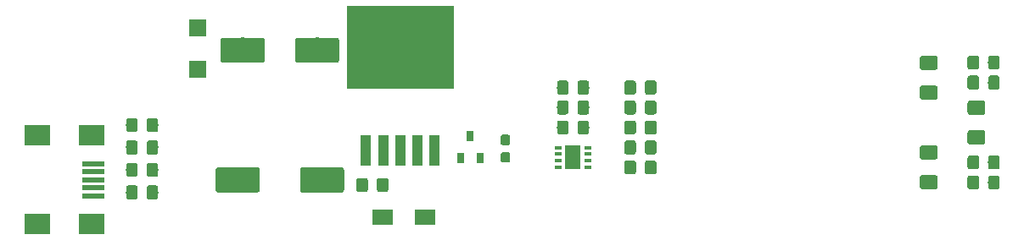
<source format=gbr>
G04 #@! TF.GenerationSoftware,KiCad,Pcbnew,(5.1.0)-1*
G04 #@! TF.CreationDate,2022-11-08T16:58:41+01:00*
G04 #@! TF.ProjectId,DualPressure_V1,4475616c-5072-4657-9373-7572655f5631,rev?*
G04 #@! TF.SameCoordinates,Original*
G04 #@! TF.FileFunction,Paste,Top*
G04 #@! TF.FilePolarity,Positive*
%FSLAX46Y46*%
G04 Gerber Fmt 4.6, Leading zero omitted, Abs format (unit mm)*
G04 Created by KiCad (PCBNEW (5.1.0)-1) date 2022-11-08 16:58:41*
%MOMM*%
%LPD*%
G04 APERTURE LIST*
%ADD10C,0.100000*%
%ADD11C,2.500000*%
%ADD12C,0.950000*%
%ADD13C,1.150000*%
%ADD14C,1.425000*%
%ADD15R,1.670000X1.820000*%
%ADD16R,2.100000X1.500000*%
%ADD17R,0.750000X0.350000*%
%ADD18R,1.600000X2.400000*%
%ADD19R,2.300000X0.500000*%
%ADD20R,2.500000X2.000000*%
%ADD21R,1.016000X3.050000*%
%ADD22R,10.660000X8.380000*%
%ADD23R,0.650000X1.050000*%
G04 APERTURE END LIST*
D10*
G36*
X155174504Y-91001204D02*
G01*
X155198773Y-91004804D01*
X155222571Y-91010765D01*
X155245671Y-91019030D01*
X155267849Y-91029520D01*
X155288893Y-91042133D01*
X155308598Y-91056747D01*
X155326777Y-91073223D01*
X155343253Y-91091402D01*
X155357867Y-91111107D01*
X155370480Y-91132151D01*
X155380970Y-91154329D01*
X155389235Y-91177429D01*
X155395196Y-91201227D01*
X155398796Y-91225496D01*
X155400000Y-91250000D01*
X155400000Y-93250000D01*
X155398796Y-93274504D01*
X155395196Y-93298773D01*
X155389235Y-93322571D01*
X155380970Y-93345671D01*
X155370480Y-93367849D01*
X155357867Y-93388893D01*
X155343253Y-93408598D01*
X155326777Y-93426777D01*
X155308598Y-93443253D01*
X155288893Y-93457867D01*
X155267849Y-93470480D01*
X155245671Y-93480970D01*
X155222571Y-93489235D01*
X155198773Y-93495196D01*
X155174504Y-93498796D01*
X155150000Y-93500000D01*
X151250000Y-93500000D01*
X151225496Y-93498796D01*
X151201227Y-93495196D01*
X151177429Y-93489235D01*
X151154329Y-93480970D01*
X151132151Y-93470480D01*
X151111107Y-93457867D01*
X151091402Y-93443253D01*
X151073223Y-93426777D01*
X151056747Y-93408598D01*
X151042133Y-93388893D01*
X151029520Y-93367849D01*
X151019030Y-93345671D01*
X151010765Y-93322571D01*
X151004804Y-93298773D01*
X151001204Y-93274504D01*
X151000000Y-93250000D01*
X151000000Y-91250000D01*
X151001204Y-91225496D01*
X151004804Y-91201227D01*
X151010765Y-91177429D01*
X151019030Y-91154329D01*
X151029520Y-91132151D01*
X151042133Y-91111107D01*
X151056747Y-91091402D01*
X151073223Y-91073223D01*
X151091402Y-91056747D01*
X151111107Y-91042133D01*
X151132151Y-91029520D01*
X151154329Y-91019030D01*
X151177429Y-91010765D01*
X151201227Y-91004804D01*
X151225496Y-91001204D01*
X151250000Y-91000000D01*
X155150000Y-91000000D01*
X155174504Y-91001204D01*
X155174504Y-91001204D01*
G37*
D11*
X153200000Y-92250000D03*
D10*
G36*
X147774504Y-91001204D02*
G01*
X147798773Y-91004804D01*
X147822571Y-91010765D01*
X147845671Y-91019030D01*
X147867849Y-91029520D01*
X147888893Y-91042133D01*
X147908598Y-91056747D01*
X147926777Y-91073223D01*
X147943253Y-91091402D01*
X147957867Y-91111107D01*
X147970480Y-91132151D01*
X147980970Y-91154329D01*
X147989235Y-91177429D01*
X147995196Y-91201227D01*
X147998796Y-91225496D01*
X148000000Y-91250000D01*
X148000000Y-93250000D01*
X147998796Y-93274504D01*
X147995196Y-93298773D01*
X147989235Y-93322571D01*
X147980970Y-93345671D01*
X147970480Y-93367849D01*
X147957867Y-93388893D01*
X147943253Y-93408598D01*
X147926777Y-93426777D01*
X147908598Y-93443253D01*
X147888893Y-93457867D01*
X147867849Y-93470480D01*
X147845671Y-93480970D01*
X147822571Y-93489235D01*
X147798773Y-93495196D01*
X147774504Y-93498796D01*
X147750000Y-93500000D01*
X143850000Y-93500000D01*
X143825496Y-93498796D01*
X143801227Y-93495196D01*
X143777429Y-93489235D01*
X143754329Y-93480970D01*
X143732151Y-93470480D01*
X143711107Y-93457867D01*
X143691402Y-93443253D01*
X143673223Y-93426777D01*
X143656747Y-93408598D01*
X143642133Y-93388893D01*
X143629520Y-93367849D01*
X143619030Y-93345671D01*
X143610765Y-93322571D01*
X143604804Y-93298773D01*
X143601204Y-93274504D01*
X143600000Y-93250000D01*
X143600000Y-91250000D01*
X143601204Y-91225496D01*
X143604804Y-91201227D01*
X143610765Y-91177429D01*
X143619030Y-91154329D01*
X143629520Y-91132151D01*
X143642133Y-91111107D01*
X143656747Y-91091402D01*
X143673223Y-91073223D01*
X143691402Y-91056747D01*
X143711107Y-91042133D01*
X143732151Y-91029520D01*
X143754329Y-91019030D01*
X143777429Y-91010765D01*
X143801227Y-91004804D01*
X143825496Y-91001204D01*
X143850000Y-91000000D01*
X147750000Y-91000000D01*
X147774504Y-91001204D01*
X147774504Y-91001204D01*
G37*
D11*
X145800000Y-92250000D03*
D10*
G36*
X155674504Y-104001204D02*
G01*
X155698773Y-104004804D01*
X155722571Y-104010765D01*
X155745671Y-104019030D01*
X155767849Y-104029520D01*
X155788893Y-104042133D01*
X155808598Y-104056747D01*
X155826777Y-104073223D01*
X155843253Y-104091402D01*
X155857867Y-104111107D01*
X155870480Y-104132151D01*
X155880970Y-104154329D01*
X155889235Y-104177429D01*
X155895196Y-104201227D01*
X155898796Y-104225496D01*
X155900000Y-104250000D01*
X155900000Y-106250000D01*
X155898796Y-106274504D01*
X155895196Y-106298773D01*
X155889235Y-106322571D01*
X155880970Y-106345671D01*
X155870480Y-106367849D01*
X155857867Y-106388893D01*
X155843253Y-106408598D01*
X155826777Y-106426777D01*
X155808598Y-106443253D01*
X155788893Y-106457867D01*
X155767849Y-106470480D01*
X155745671Y-106480970D01*
X155722571Y-106489235D01*
X155698773Y-106495196D01*
X155674504Y-106498796D01*
X155650000Y-106500000D01*
X151750000Y-106500000D01*
X151725496Y-106498796D01*
X151701227Y-106495196D01*
X151677429Y-106489235D01*
X151654329Y-106480970D01*
X151632151Y-106470480D01*
X151611107Y-106457867D01*
X151591402Y-106443253D01*
X151573223Y-106426777D01*
X151556747Y-106408598D01*
X151542133Y-106388893D01*
X151529520Y-106367849D01*
X151519030Y-106345671D01*
X151510765Y-106322571D01*
X151504804Y-106298773D01*
X151501204Y-106274504D01*
X151500000Y-106250000D01*
X151500000Y-104250000D01*
X151501204Y-104225496D01*
X151504804Y-104201227D01*
X151510765Y-104177429D01*
X151519030Y-104154329D01*
X151529520Y-104132151D01*
X151542133Y-104111107D01*
X151556747Y-104091402D01*
X151573223Y-104073223D01*
X151591402Y-104056747D01*
X151611107Y-104042133D01*
X151632151Y-104029520D01*
X151654329Y-104019030D01*
X151677429Y-104010765D01*
X151701227Y-104004804D01*
X151725496Y-104001204D01*
X151750000Y-104000000D01*
X155650000Y-104000000D01*
X155674504Y-104001204D01*
X155674504Y-104001204D01*
G37*
D11*
X153700000Y-105250000D03*
D10*
G36*
X147274504Y-104001204D02*
G01*
X147298773Y-104004804D01*
X147322571Y-104010765D01*
X147345671Y-104019030D01*
X147367849Y-104029520D01*
X147388893Y-104042133D01*
X147408598Y-104056747D01*
X147426777Y-104073223D01*
X147443253Y-104091402D01*
X147457867Y-104111107D01*
X147470480Y-104132151D01*
X147480970Y-104154329D01*
X147489235Y-104177429D01*
X147495196Y-104201227D01*
X147498796Y-104225496D01*
X147500000Y-104250000D01*
X147500000Y-106250000D01*
X147498796Y-106274504D01*
X147495196Y-106298773D01*
X147489235Y-106322571D01*
X147480970Y-106345671D01*
X147470480Y-106367849D01*
X147457867Y-106388893D01*
X147443253Y-106408598D01*
X147426777Y-106426777D01*
X147408598Y-106443253D01*
X147388893Y-106457867D01*
X147367849Y-106470480D01*
X147345671Y-106480970D01*
X147322571Y-106489235D01*
X147298773Y-106495196D01*
X147274504Y-106498796D01*
X147250000Y-106500000D01*
X143350000Y-106500000D01*
X143325496Y-106498796D01*
X143301227Y-106495196D01*
X143277429Y-106489235D01*
X143254329Y-106480970D01*
X143232151Y-106470480D01*
X143211107Y-106457867D01*
X143191402Y-106443253D01*
X143173223Y-106426777D01*
X143156747Y-106408598D01*
X143142133Y-106388893D01*
X143129520Y-106367849D01*
X143119030Y-106345671D01*
X143110765Y-106322571D01*
X143104804Y-106298773D01*
X143101204Y-106274504D01*
X143100000Y-106250000D01*
X143100000Y-104250000D01*
X143101204Y-104225496D01*
X143104804Y-104201227D01*
X143110765Y-104177429D01*
X143119030Y-104154329D01*
X143129520Y-104132151D01*
X143142133Y-104111107D01*
X143156747Y-104091402D01*
X143173223Y-104073223D01*
X143191402Y-104056747D01*
X143211107Y-104042133D01*
X143232151Y-104029520D01*
X143254329Y-104019030D01*
X143277429Y-104010765D01*
X143301227Y-104004804D01*
X143325496Y-104001204D01*
X143350000Y-104000000D01*
X147250000Y-104000000D01*
X147274504Y-104001204D01*
X147274504Y-104001204D01*
G37*
D11*
X145300000Y-105250000D03*
D10*
G36*
X172260779Y-102476144D02*
G01*
X172283834Y-102479563D01*
X172306443Y-102485227D01*
X172328387Y-102493079D01*
X172349457Y-102503044D01*
X172369448Y-102515026D01*
X172388168Y-102528910D01*
X172405438Y-102544562D01*
X172421090Y-102561832D01*
X172434974Y-102580552D01*
X172446956Y-102600543D01*
X172456921Y-102621613D01*
X172464773Y-102643557D01*
X172470437Y-102666166D01*
X172473856Y-102689221D01*
X172475000Y-102712500D01*
X172475000Y-103287500D01*
X172473856Y-103310779D01*
X172470437Y-103333834D01*
X172464773Y-103356443D01*
X172456921Y-103378387D01*
X172446956Y-103399457D01*
X172434974Y-103419448D01*
X172421090Y-103438168D01*
X172405438Y-103455438D01*
X172388168Y-103471090D01*
X172369448Y-103484974D01*
X172349457Y-103496956D01*
X172328387Y-103506921D01*
X172306443Y-103514773D01*
X172283834Y-103520437D01*
X172260779Y-103523856D01*
X172237500Y-103525000D01*
X171762500Y-103525000D01*
X171739221Y-103523856D01*
X171716166Y-103520437D01*
X171693557Y-103514773D01*
X171671613Y-103506921D01*
X171650543Y-103496956D01*
X171630552Y-103484974D01*
X171611832Y-103471090D01*
X171594562Y-103455438D01*
X171578910Y-103438168D01*
X171565026Y-103419448D01*
X171553044Y-103399457D01*
X171543079Y-103378387D01*
X171535227Y-103356443D01*
X171529563Y-103333834D01*
X171526144Y-103310779D01*
X171525000Y-103287500D01*
X171525000Y-102712500D01*
X171526144Y-102689221D01*
X171529563Y-102666166D01*
X171535227Y-102643557D01*
X171543079Y-102621613D01*
X171553044Y-102600543D01*
X171565026Y-102580552D01*
X171578910Y-102561832D01*
X171594562Y-102544562D01*
X171611832Y-102528910D01*
X171630552Y-102515026D01*
X171650543Y-102503044D01*
X171671613Y-102493079D01*
X171693557Y-102485227D01*
X171716166Y-102479563D01*
X171739221Y-102476144D01*
X171762500Y-102475000D01*
X172237500Y-102475000D01*
X172260779Y-102476144D01*
X172260779Y-102476144D01*
G37*
D12*
X172000000Y-103000000D03*
D10*
G36*
X172260779Y-100726144D02*
G01*
X172283834Y-100729563D01*
X172306443Y-100735227D01*
X172328387Y-100743079D01*
X172349457Y-100753044D01*
X172369448Y-100765026D01*
X172388168Y-100778910D01*
X172405438Y-100794562D01*
X172421090Y-100811832D01*
X172434974Y-100830552D01*
X172446956Y-100850543D01*
X172456921Y-100871613D01*
X172464773Y-100893557D01*
X172470437Y-100916166D01*
X172473856Y-100939221D01*
X172475000Y-100962500D01*
X172475000Y-101537500D01*
X172473856Y-101560779D01*
X172470437Y-101583834D01*
X172464773Y-101606443D01*
X172456921Y-101628387D01*
X172446956Y-101649457D01*
X172434974Y-101669448D01*
X172421090Y-101688168D01*
X172405438Y-101705438D01*
X172388168Y-101721090D01*
X172369448Y-101734974D01*
X172349457Y-101746956D01*
X172328387Y-101756921D01*
X172306443Y-101764773D01*
X172283834Y-101770437D01*
X172260779Y-101773856D01*
X172237500Y-101775000D01*
X171762500Y-101775000D01*
X171739221Y-101773856D01*
X171716166Y-101770437D01*
X171693557Y-101764773D01*
X171671613Y-101756921D01*
X171650543Y-101746956D01*
X171630552Y-101734974D01*
X171611832Y-101721090D01*
X171594562Y-101705438D01*
X171578910Y-101688168D01*
X171565026Y-101669448D01*
X171553044Y-101649457D01*
X171543079Y-101628387D01*
X171535227Y-101606443D01*
X171529563Y-101583834D01*
X171526144Y-101560779D01*
X171525000Y-101537500D01*
X171525000Y-100962500D01*
X171526144Y-100939221D01*
X171529563Y-100916166D01*
X171535227Y-100893557D01*
X171543079Y-100871613D01*
X171553044Y-100850543D01*
X171565026Y-100830552D01*
X171578910Y-100811832D01*
X171594562Y-100794562D01*
X171611832Y-100778910D01*
X171630552Y-100765026D01*
X171650543Y-100753044D01*
X171671613Y-100743079D01*
X171693557Y-100735227D01*
X171716166Y-100729563D01*
X171739221Y-100726144D01*
X171762500Y-100725000D01*
X172237500Y-100725000D01*
X172260779Y-100726144D01*
X172260779Y-100726144D01*
G37*
D12*
X172000000Y-101250000D03*
D10*
G36*
X180124505Y-99301204D02*
G01*
X180148773Y-99304804D01*
X180172572Y-99310765D01*
X180195671Y-99319030D01*
X180217850Y-99329520D01*
X180238893Y-99342132D01*
X180258599Y-99356747D01*
X180276777Y-99373223D01*
X180293253Y-99391401D01*
X180307868Y-99411107D01*
X180320480Y-99432150D01*
X180330970Y-99454329D01*
X180339235Y-99477428D01*
X180345196Y-99501227D01*
X180348796Y-99525495D01*
X180350000Y-99549999D01*
X180350000Y-100450001D01*
X180348796Y-100474505D01*
X180345196Y-100498773D01*
X180339235Y-100522572D01*
X180330970Y-100545671D01*
X180320480Y-100567850D01*
X180307868Y-100588893D01*
X180293253Y-100608599D01*
X180276777Y-100626777D01*
X180258599Y-100643253D01*
X180238893Y-100657868D01*
X180217850Y-100670480D01*
X180195671Y-100680970D01*
X180172572Y-100689235D01*
X180148773Y-100695196D01*
X180124505Y-100698796D01*
X180100001Y-100700000D01*
X179449999Y-100700000D01*
X179425495Y-100698796D01*
X179401227Y-100695196D01*
X179377428Y-100689235D01*
X179354329Y-100680970D01*
X179332150Y-100670480D01*
X179311107Y-100657868D01*
X179291401Y-100643253D01*
X179273223Y-100626777D01*
X179256747Y-100608599D01*
X179242132Y-100588893D01*
X179229520Y-100567850D01*
X179219030Y-100545671D01*
X179210765Y-100522572D01*
X179204804Y-100498773D01*
X179201204Y-100474505D01*
X179200000Y-100450001D01*
X179200000Y-99549999D01*
X179201204Y-99525495D01*
X179204804Y-99501227D01*
X179210765Y-99477428D01*
X179219030Y-99454329D01*
X179229520Y-99432150D01*
X179242132Y-99411107D01*
X179256747Y-99391401D01*
X179273223Y-99373223D01*
X179291401Y-99356747D01*
X179311107Y-99342132D01*
X179332150Y-99329520D01*
X179354329Y-99319030D01*
X179377428Y-99310765D01*
X179401227Y-99304804D01*
X179425495Y-99301204D01*
X179449999Y-99300000D01*
X180100001Y-99300000D01*
X180124505Y-99301204D01*
X180124505Y-99301204D01*
G37*
D13*
X179775000Y-100000000D03*
D10*
G36*
X178074505Y-99301204D02*
G01*
X178098773Y-99304804D01*
X178122572Y-99310765D01*
X178145671Y-99319030D01*
X178167850Y-99329520D01*
X178188893Y-99342132D01*
X178208599Y-99356747D01*
X178226777Y-99373223D01*
X178243253Y-99391401D01*
X178257868Y-99411107D01*
X178270480Y-99432150D01*
X178280970Y-99454329D01*
X178289235Y-99477428D01*
X178295196Y-99501227D01*
X178298796Y-99525495D01*
X178300000Y-99549999D01*
X178300000Y-100450001D01*
X178298796Y-100474505D01*
X178295196Y-100498773D01*
X178289235Y-100522572D01*
X178280970Y-100545671D01*
X178270480Y-100567850D01*
X178257868Y-100588893D01*
X178243253Y-100608599D01*
X178226777Y-100626777D01*
X178208599Y-100643253D01*
X178188893Y-100657868D01*
X178167850Y-100670480D01*
X178145671Y-100680970D01*
X178122572Y-100689235D01*
X178098773Y-100695196D01*
X178074505Y-100698796D01*
X178050001Y-100700000D01*
X177399999Y-100700000D01*
X177375495Y-100698796D01*
X177351227Y-100695196D01*
X177327428Y-100689235D01*
X177304329Y-100680970D01*
X177282150Y-100670480D01*
X177261107Y-100657868D01*
X177241401Y-100643253D01*
X177223223Y-100626777D01*
X177206747Y-100608599D01*
X177192132Y-100588893D01*
X177179520Y-100567850D01*
X177169030Y-100545671D01*
X177160765Y-100522572D01*
X177154804Y-100498773D01*
X177151204Y-100474505D01*
X177150000Y-100450001D01*
X177150000Y-99549999D01*
X177151204Y-99525495D01*
X177154804Y-99501227D01*
X177160765Y-99477428D01*
X177169030Y-99454329D01*
X177179520Y-99432150D01*
X177192132Y-99411107D01*
X177206747Y-99391401D01*
X177223223Y-99373223D01*
X177241401Y-99356747D01*
X177261107Y-99342132D01*
X177282150Y-99329520D01*
X177304329Y-99319030D01*
X177327428Y-99310765D01*
X177351227Y-99304804D01*
X177375495Y-99301204D01*
X177399999Y-99300000D01*
X178050001Y-99300000D01*
X178074505Y-99301204D01*
X178074505Y-99301204D01*
G37*
D13*
X177725000Y-100000000D03*
D10*
G36*
X178074505Y-97301204D02*
G01*
X178098773Y-97304804D01*
X178122572Y-97310765D01*
X178145671Y-97319030D01*
X178167850Y-97329520D01*
X178188893Y-97342132D01*
X178208599Y-97356747D01*
X178226777Y-97373223D01*
X178243253Y-97391401D01*
X178257868Y-97411107D01*
X178270480Y-97432150D01*
X178280970Y-97454329D01*
X178289235Y-97477428D01*
X178295196Y-97501227D01*
X178298796Y-97525495D01*
X178300000Y-97549999D01*
X178300000Y-98450001D01*
X178298796Y-98474505D01*
X178295196Y-98498773D01*
X178289235Y-98522572D01*
X178280970Y-98545671D01*
X178270480Y-98567850D01*
X178257868Y-98588893D01*
X178243253Y-98608599D01*
X178226777Y-98626777D01*
X178208599Y-98643253D01*
X178188893Y-98657868D01*
X178167850Y-98670480D01*
X178145671Y-98680970D01*
X178122572Y-98689235D01*
X178098773Y-98695196D01*
X178074505Y-98698796D01*
X178050001Y-98700000D01*
X177399999Y-98700000D01*
X177375495Y-98698796D01*
X177351227Y-98695196D01*
X177327428Y-98689235D01*
X177304329Y-98680970D01*
X177282150Y-98670480D01*
X177261107Y-98657868D01*
X177241401Y-98643253D01*
X177223223Y-98626777D01*
X177206747Y-98608599D01*
X177192132Y-98588893D01*
X177179520Y-98567850D01*
X177169030Y-98545671D01*
X177160765Y-98522572D01*
X177154804Y-98498773D01*
X177151204Y-98474505D01*
X177150000Y-98450001D01*
X177150000Y-97549999D01*
X177151204Y-97525495D01*
X177154804Y-97501227D01*
X177160765Y-97477428D01*
X177169030Y-97454329D01*
X177179520Y-97432150D01*
X177192132Y-97411107D01*
X177206747Y-97391401D01*
X177223223Y-97373223D01*
X177241401Y-97356747D01*
X177261107Y-97342132D01*
X177282150Y-97329520D01*
X177304329Y-97319030D01*
X177327428Y-97310765D01*
X177351227Y-97304804D01*
X177375495Y-97301204D01*
X177399999Y-97300000D01*
X178050001Y-97300000D01*
X178074505Y-97301204D01*
X178074505Y-97301204D01*
G37*
D13*
X177725000Y-98000000D03*
D10*
G36*
X180124505Y-97301204D02*
G01*
X180148773Y-97304804D01*
X180172572Y-97310765D01*
X180195671Y-97319030D01*
X180217850Y-97329520D01*
X180238893Y-97342132D01*
X180258599Y-97356747D01*
X180276777Y-97373223D01*
X180293253Y-97391401D01*
X180307868Y-97411107D01*
X180320480Y-97432150D01*
X180330970Y-97454329D01*
X180339235Y-97477428D01*
X180345196Y-97501227D01*
X180348796Y-97525495D01*
X180350000Y-97549999D01*
X180350000Y-98450001D01*
X180348796Y-98474505D01*
X180345196Y-98498773D01*
X180339235Y-98522572D01*
X180330970Y-98545671D01*
X180320480Y-98567850D01*
X180307868Y-98588893D01*
X180293253Y-98608599D01*
X180276777Y-98626777D01*
X180258599Y-98643253D01*
X180238893Y-98657868D01*
X180217850Y-98670480D01*
X180195671Y-98680970D01*
X180172572Y-98689235D01*
X180148773Y-98695196D01*
X180124505Y-98698796D01*
X180100001Y-98700000D01*
X179449999Y-98700000D01*
X179425495Y-98698796D01*
X179401227Y-98695196D01*
X179377428Y-98689235D01*
X179354329Y-98680970D01*
X179332150Y-98670480D01*
X179311107Y-98657868D01*
X179291401Y-98643253D01*
X179273223Y-98626777D01*
X179256747Y-98608599D01*
X179242132Y-98588893D01*
X179229520Y-98567850D01*
X179219030Y-98545671D01*
X179210765Y-98522572D01*
X179204804Y-98498773D01*
X179201204Y-98474505D01*
X179200000Y-98450001D01*
X179200000Y-97549999D01*
X179201204Y-97525495D01*
X179204804Y-97501227D01*
X179210765Y-97477428D01*
X179219030Y-97454329D01*
X179229520Y-97432150D01*
X179242132Y-97411107D01*
X179256747Y-97391401D01*
X179273223Y-97373223D01*
X179291401Y-97356747D01*
X179311107Y-97342132D01*
X179332150Y-97329520D01*
X179354329Y-97319030D01*
X179377428Y-97310765D01*
X179401227Y-97304804D01*
X179425495Y-97301204D01*
X179449999Y-97300000D01*
X180100001Y-97300000D01*
X180124505Y-97301204D01*
X180124505Y-97301204D01*
G37*
D13*
X179775000Y-98000000D03*
D10*
G36*
X180124505Y-95301204D02*
G01*
X180148773Y-95304804D01*
X180172572Y-95310765D01*
X180195671Y-95319030D01*
X180217850Y-95329520D01*
X180238893Y-95342132D01*
X180258599Y-95356747D01*
X180276777Y-95373223D01*
X180293253Y-95391401D01*
X180307868Y-95411107D01*
X180320480Y-95432150D01*
X180330970Y-95454329D01*
X180339235Y-95477428D01*
X180345196Y-95501227D01*
X180348796Y-95525495D01*
X180350000Y-95549999D01*
X180350000Y-96450001D01*
X180348796Y-96474505D01*
X180345196Y-96498773D01*
X180339235Y-96522572D01*
X180330970Y-96545671D01*
X180320480Y-96567850D01*
X180307868Y-96588893D01*
X180293253Y-96608599D01*
X180276777Y-96626777D01*
X180258599Y-96643253D01*
X180238893Y-96657868D01*
X180217850Y-96670480D01*
X180195671Y-96680970D01*
X180172572Y-96689235D01*
X180148773Y-96695196D01*
X180124505Y-96698796D01*
X180100001Y-96700000D01*
X179449999Y-96700000D01*
X179425495Y-96698796D01*
X179401227Y-96695196D01*
X179377428Y-96689235D01*
X179354329Y-96680970D01*
X179332150Y-96670480D01*
X179311107Y-96657868D01*
X179291401Y-96643253D01*
X179273223Y-96626777D01*
X179256747Y-96608599D01*
X179242132Y-96588893D01*
X179229520Y-96567850D01*
X179219030Y-96545671D01*
X179210765Y-96522572D01*
X179204804Y-96498773D01*
X179201204Y-96474505D01*
X179200000Y-96450001D01*
X179200000Y-95549999D01*
X179201204Y-95525495D01*
X179204804Y-95501227D01*
X179210765Y-95477428D01*
X179219030Y-95454329D01*
X179229520Y-95432150D01*
X179242132Y-95411107D01*
X179256747Y-95391401D01*
X179273223Y-95373223D01*
X179291401Y-95356747D01*
X179311107Y-95342132D01*
X179332150Y-95329520D01*
X179354329Y-95319030D01*
X179377428Y-95310765D01*
X179401227Y-95304804D01*
X179425495Y-95301204D01*
X179449999Y-95300000D01*
X180100001Y-95300000D01*
X180124505Y-95301204D01*
X180124505Y-95301204D01*
G37*
D13*
X179775000Y-96000000D03*
D10*
G36*
X178074505Y-95301204D02*
G01*
X178098773Y-95304804D01*
X178122572Y-95310765D01*
X178145671Y-95319030D01*
X178167850Y-95329520D01*
X178188893Y-95342132D01*
X178208599Y-95356747D01*
X178226777Y-95373223D01*
X178243253Y-95391401D01*
X178257868Y-95411107D01*
X178270480Y-95432150D01*
X178280970Y-95454329D01*
X178289235Y-95477428D01*
X178295196Y-95501227D01*
X178298796Y-95525495D01*
X178300000Y-95549999D01*
X178300000Y-96450001D01*
X178298796Y-96474505D01*
X178295196Y-96498773D01*
X178289235Y-96522572D01*
X178280970Y-96545671D01*
X178270480Y-96567850D01*
X178257868Y-96588893D01*
X178243253Y-96608599D01*
X178226777Y-96626777D01*
X178208599Y-96643253D01*
X178188893Y-96657868D01*
X178167850Y-96670480D01*
X178145671Y-96680970D01*
X178122572Y-96689235D01*
X178098773Y-96695196D01*
X178074505Y-96698796D01*
X178050001Y-96700000D01*
X177399999Y-96700000D01*
X177375495Y-96698796D01*
X177351227Y-96695196D01*
X177327428Y-96689235D01*
X177304329Y-96680970D01*
X177282150Y-96670480D01*
X177261107Y-96657868D01*
X177241401Y-96643253D01*
X177223223Y-96626777D01*
X177206747Y-96608599D01*
X177192132Y-96588893D01*
X177179520Y-96567850D01*
X177169030Y-96545671D01*
X177160765Y-96522572D01*
X177154804Y-96498773D01*
X177151204Y-96474505D01*
X177150000Y-96450001D01*
X177150000Y-95549999D01*
X177151204Y-95525495D01*
X177154804Y-95501227D01*
X177160765Y-95477428D01*
X177169030Y-95454329D01*
X177179520Y-95432150D01*
X177192132Y-95411107D01*
X177206747Y-95391401D01*
X177223223Y-95373223D01*
X177241401Y-95356747D01*
X177261107Y-95342132D01*
X177282150Y-95329520D01*
X177304329Y-95319030D01*
X177327428Y-95310765D01*
X177351227Y-95304804D01*
X177375495Y-95301204D01*
X177399999Y-95300000D01*
X178050001Y-95300000D01*
X178074505Y-95301204D01*
X178074505Y-95301204D01*
G37*
D13*
X177725000Y-96000000D03*
D10*
G36*
X214899504Y-95788704D02*
G01*
X214923773Y-95792304D01*
X214947571Y-95798265D01*
X214970671Y-95806530D01*
X214992849Y-95817020D01*
X215013893Y-95829633D01*
X215033598Y-95844247D01*
X215051777Y-95860723D01*
X215068253Y-95878902D01*
X215082867Y-95898607D01*
X215095480Y-95919651D01*
X215105970Y-95941829D01*
X215114235Y-95964929D01*
X215120196Y-95988727D01*
X215123796Y-96012996D01*
X215125000Y-96037500D01*
X215125000Y-96962500D01*
X215123796Y-96987004D01*
X215120196Y-97011273D01*
X215114235Y-97035071D01*
X215105970Y-97058171D01*
X215095480Y-97080349D01*
X215082867Y-97101393D01*
X215068253Y-97121098D01*
X215051777Y-97139277D01*
X215033598Y-97155753D01*
X215013893Y-97170367D01*
X214992849Y-97182980D01*
X214970671Y-97193470D01*
X214947571Y-97201735D01*
X214923773Y-97207696D01*
X214899504Y-97211296D01*
X214875000Y-97212500D01*
X213625000Y-97212500D01*
X213600496Y-97211296D01*
X213576227Y-97207696D01*
X213552429Y-97201735D01*
X213529329Y-97193470D01*
X213507151Y-97182980D01*
X213486107Y-97170367D01*
X213466402Y-97155753D01*
X213448223Y-97139277D01*
X213431747Y-97121098D01*
X213417133Y-97101393D01*
X213404520Y-97080349D01*
X213394030Y-97058171D01*
X213385765Y-97035071D01*
X213379804Y-97011273D01*
X213376204Y-96987004D01*
X213375000Y-96962500D01*
X213375000Y-96037500D01*
X213376204Y-96012996D01*
X213379804Y-95988727D01*
X213385765Y-95964929D01*
X213394030Y-95941829D01*
X213404520Y-95919651D01*
X213417133Y-95898607D01*
X213431747Y-95878902D01*
X213448223Y-95860723D01*
X213466402Y-95844247D01*
X213486107Y-95829633D01*
X213507151Y-95817020D01*
X213529329Y-95806530D01*
X213552429Y-95798265D01*
X213576227Y-95792304D01*
X213600496Y-95788704D01*
X213625000Y-95787500D01*
X214875000Y-95787500D01*
X214899504Y-95788704D01*
X214899504Y-95788704D01*
G37*
D14*
X214250000Y-96500000D03*
D10*
G36*
X214899504Y-92813704D02*
G01*
X214923773Y-92817304D01*
X214947571Y-92823265D01*
X214970671Y-92831530D01*
X214992849Y-92842020D01*
X215013893Y-92854633D01*
X215033598Y-92869247D01*
X215051777Y-92885723D01*
X215068253Y-92903902D01*
X215082867Y-92923607D01*
X215095480Y-92944651D01*
X215105970Y-92966829D01*
X215114235Y-92989929D01*
X215120196Y-93013727D01*
X215123796Y-93037996D01*
X215125000Y-93062500D01*
X215125000Y-93987500D01*
X215123796Y-94012004D01*
X215120196Y-94036273D01*
X215114235Y-94060071D01*
X215105970Y-94083171D01*
X215095480Y-94105349D01*
X215082867Y-94126393D01*
X215068253Y-94146098D01*
X215051777Y-94164277D01*
X215033598Y-94180753D01*
X215013893Y-94195367D01*
X214992849Y-94207980D01*
X214970671Y-94218470D01*
X214947571Y-94226735D01*
X214923773Y-94232696D01*
X214899504Y-94236296D01*
X214875000Y-94237500D01*
X213625000Y-94237500D01*
X213600496Y-94236296D01*
X213576227Y-94232696D01*
X213552429Y-94226735D01*
X213529329Y-94218470D01*
X213507151Y-94207980D01*
X213486107Y-94195367D01*
X213466402Y-94180753D01*
X213448223Y-94164277D01*
X213431747Y-94146098D01*
X213417133Y-94126393D01*
X213404520Y-94105349D01*
X213394030Y-94083171D01*
X213385765Y-94060071D01*
X213379804Y-94036273D01*
X213376204Y-94012004D01*
X213375000Y-93987500D01*
X213375000Y-93062500D01*
X213376204Y-93037996D01*
X213379804Y-93013727D01*
X213385765Y-92989929D01*
X213394030Y-92966829D01*
X213404520Y-92944651D01*
X213417133Y-92923607D01*
X213431747Y-92903902D01*
X213448223Y-92885723D01*
X213466402Y-92869247D01*
X213486107Y-92854633D01*
X213507151Y-92842020D01*
X213529329Y-92831530D01*
X213552429Y-92823265D01*
X213576227Y-92817304D01*
X213600496Y-92813704D01*
X213625000Y-92812500D01*
X214875000Y-92812500D01*
X214899504Y-92813704D01*
X214899504Y-92813704D01*
G37*
D14*
X214250000Y-93525000D03*
D10*
G36*
X214899504Y-101788704D02*
G01*
X214923773Y-101792304D01*
X214947571Y-101798265D01*
X214970671Y-101806530D01*
X214992849Y-101817020D01*
X215013893Y-101829633D01*
X215033598Y-101844247D01*
X215051777Y-101860723D01*
X215068253Y-101878902D01*
X215082867Y-101898607D01*
X215095480Y-101919651D01*
X215105970Y-101941829D01*
X215114235Y-101964929D01*
X215120196Y-101988727D01*
X215123796Y-102012996D01*
X215125000Y-102037500D01*
X215125000Y-102962500D01*
X215123796Y-102987004D01*
X215120196Y-103011273D01*
X215114235Y-103035071D01*
X215105970Y-103058171D01*
X215095480Y-103080349D01*
X215082867Y-103101393D01*
X215068253Y-103121098D01*
X215051777Y-103139277D01*
X215033598Y-103155753D01*
X215013893Y-103170367D01*
X214992849Y-103182980D01*
X214970671Y-103193470D01*
X214947571Y-103201735D01*
X214923773Y-103207696D01*
X214899504Y-103211296D01*
X214875000Y-103212500D01*
X213625000Y-103212500D01*
X213600496Y-103211296D01*
X213576227Y-103207696D01*
X213552429Y-103201735D01*
X213529329Y-103193470D01*
X213507151Y-103182980D01*
X213486107Y-103170367D01*
X213466402Y-103155753D01*
X213448223Y-103139277D01*
X213431747Y-103121098D01*
X213417133Y-103101393D01*
X213404520Y-103080349D01*
X213394030Y-103058171D01*
X213385765Y-103035071D01*
X213379804Y-103011273D01*
X213376204Y-102987004D01*
X213375000Y-102962500D01*
X213375000Y-102037500D01*
X213376204Y-102012996D01*
X213379804Y-101988727D01*
X213385765Y-101964929D01*
X213394030Y-101941829D01*
X213404520Y-101919651D01*
X213417133Y-101898607D01*
X213431747Y-101878902D01*
X213448223Y-101860723D01*
X213466402Y-101844247D01*
X213486107Y-101829633D01*
X213507151Y-101817020D01*
X213529329Y-101806530D01*
X213552429Y-101798265D01*
X213576227Y-101792304D01*
X213600496Y-101788704D01*
X213625000Y-101787500D01*
X214875000Y-101787500D01*
X214899504Y-101788704D01*
X214899504Y-101788704D01*
G37*
D14*
X214250000Y-102500000D03*
D10*
G36*
X214899504Y-104763704D02*
G01*
X214923773Y-104767304D01*
X214947571Y-104773265D01*
X214970671Y-104781530D01*
X214992849Y-104792020D01*
X215013893Y-104804633D01*
X215033598Y-104819247D01*
X215051777Y-104835723D01*
X215068253Y-104853902D01*
X215082867Y-104873607D01*
X215095480Y-104894651D01*
X215105970Y-104916829D01*
X215114235Y-104939929D01*
X215120196Y-104963727D01*
X215123796Y-104987996D01*
X215125000Y-105012500D01*
X215125000Y-105937500D01*
X215123796Y-105962004D01*
X215120196Y-105986273D01*
X215114235Y-106010071D01*
X215105970Y-106033171D01*
X215095480Y-106055349D01*
X215082867Y-106076393D01*
X215068253Y-106096098D01*
X215051777Y-106114277D01*
X215033598Y-106130753D01*
X215013893Y-106145367D01*
X214992849Y-106157980D01*
X214970671Y-106168470D01*
X214947571Y-106176735D01*
X214923773Y-106182696D01*
X214899504Y-106186296D01*
X214875000Y-106187500D01*
X213625000Y-106187500D01*
X213600496Y-106186296D01*
X213576227Y-106182696D01*
X213552429Y-106176735D01*
X213529329Y-106168470D01*
X213507151Y-106157980D01*
X213486107Y-106145367D01*
X213466402Y-106130753D01*
X213448223Y-106114277D01*
X213431747Y-106096098D01*
X213417133Y-106076393D01*
X213404520Y-106055349D01*
X213394030Y-106033171D01*
X213385765Y-106010071D01*
X213379804Y-105986273D01*
X213376204Y-105962004D01*
X213375000Y-105937500D01*
X213375000Y-105012500D01*
X213376204Y-104987996D01*
X213379804Y-104963727D01*
X213385765Y-104939929D01*
X213394030Y-104916829D01*
X213404520Y-104894651D01*
X213417133Y-104873607D01*
X213431747Y-104853902D01*
X213448223Y-104835723D01*
X213466402Y-104819247D01*
X213486107Y-104804633D01*
X213507151Y-104792020D01*
X213529329Y-104781530D01*
X213552429Y-104773265D01*
X213576227Y-104767304D01*
X213600496Y-104763704D01*
X213625000Y-104762500D01*
X214875000Y-104762500D01*
X214899504Y-104763704D01*
X214899504Y-104763704D01*
G37*
D14*
X214250000Y-105475000D03*
D10*
G36*
X219649504Y-97301204D02*
G01*
X219673773Y-97304804D01*
X219697571Y-97310765D01*
X219720671Y-97319030D01*
X219742849Y-97329520D01*
X219763893Y-97342133D01*
X219783598Y-97356747D01*
X219801777Y-97373223D01*
X219818253Y-97391402D01*
X219832867Y-97411107D01*
X219845480Y-97432151D01*
X219855970Y-97454329D01*
X219864235Y-97477429D01*
X219870196Y-97501227D01*
X219873796Y-97525496D01*
X219875000Y-97550000D01*
X219875000Y-98475000D01*
X219873796Y-98499504D01*
X219870196Y-98523773D01*
X219864235Y-98547571D01*
X219855970Y-98570671D01*
X219845480Y-98592849D01*
X219832867Y-98613893D01*
X219818253Y-98633598D01*
X219801777Y-98651777D01*
X219783598Y-98668253D01*
X219763893Y-98682867D01*
X219742849Y-98695480D01*
X219720671Y-98705970D01*
X219697571Y-98714235D01*
X219673773Y-98720196D01*
X219649504Y-98723796D01*
X219625000Y-98725000D01*
X218375000Y-98725000D01*
X218350496Y-98723796D01*
X218326227Y-98720196D01*
X218302429Y-98714235D01*
X218279329Y-98705970D01*
X218257151Y-98695480D01*
X218236107Y-98682867D01*
X218216402Y-98668253D01*
X218198223Y-98651777D01*
X218181747Y-98633598D01*
X218167133Y-98613893D01*
X218154520Y-98592849D01*
X218144030Y-98570671D01*
X218135765Y-98547571D01*
X218129804Y-98523773D01*
X218126204Y-98499504D01*
X218125000Y-98475000D01*
X218125000Y-97550000D01*
X218126204Y-97525496D01*
X218129804Y-97501227D01*
X218135765Y-97477429D01*
X218144030Y-97454329D01*
X218154520Y-97432151D01*
X218167133Y-97411107D01*
X218181747Y-97391402D01*
X218198223Y-97373223D01*
X218216402Y-97356747D01*
X218236107Y-97342133D01*
X218257151Y-97329520D01*
X218279329Y-97319030D01*
X218302429Y-97310765D01*
X218326227Y-97304804D01*
X218350496Y-97301204D01*
X218375000Y-97300000D01*
X219625000Y-97300000D01*
X219649504Y-97301204D01*
X219649504Y-97301204D01*
G37*
D14*
X219000000Y-98012500D03*
D10*
G36*
X219649504Y-100276204D02*
G01*
X219673773Y-100279804D01*
X219697571Y-100285765D01*
X219720671Y-100294030D01*
X219742849Y-100304520D01*
X219763893Y-100317133D01*
X219783598Y-100331747D01*
X219801777Y-100348223D01*
X219818253Y-100366402D01*
X219832867Y-100386107D01*
X219845480Y-100407151D01*
X219855970Y-100429329D01*
X219864235Y-100452429D01*
X219870196Y-100476227D01*
X219873796Y-100500496D01*
X219875000Y-100525000D01*
X219875000Y-101450000D01*
X219873796Y-101474504D01*
X219870196Y-101498773D01*
X219864235Y-101522571D01*
X219855970Y-101545671D01*
X219845480Y-101567849D01*
X219832867Y-101588893D01*
X219818253Y-101608598D01*
X219801777Y-101626777D01*
X219783598Y-101643253D01*
X219763893Y-101657867D01*
X219742849Y-101670480D01*
X219720671Y-101680970D01*
X219697571Y-101689235D01*
X219673773Y-101695196D01*
X219649504Y-101698796D01*
X219625000Y-101700000D01*
X218375000Y-101700000D01*
X218350496Y-101698796D01*
X218326227Y-101695196D01*
X218302429Y-101689235D01*
X218279329Y-101680970D01*
X218257151Y-101670480D01*
X218236107Y-101657867D01*
X218216402Y-101643253D01*
X218198223Y-101626777D01*
X218181747Y-101608598D01*
X218167133Y-101588893D01*
X218154520Y-101567849D01*
X218144030Y-101545671D01*
X218135765Y-101522571D01*
X218129804Y-101498773D01*
X218126204Y-101474504D01*
X218125000Y-101450000D01*
X218125000Y-100525000D01*
X218126204Y-100500496D01*
X218129804Y-100476227D01*
X218135765Y-100452429D01*
X218144030Y-100429329D01*
X218154520Y-100407151D01*
X218167133Y-100386107D01*
X218181747Y-100366402D01*
X218198223Y-100348223D01*
X218216402Y-100331747D01*
X218236107Y-100317133D01*
X218257151Y-100304520D01*
X218279329Y-100294030D01*
X218302429Y-100285765D01*
X218326227Y-100279804D01*
X218350496Y-100276204D01*
X218375000Y-100275000D01*
X219625000Y-100275000D01*
X219649504Y-100276204D01*
X219649504Y-100276204D01*
G37*
D14*
X219000000Y-100987500D03*
D15*
X141250000Y-90000000D03*
X141250000Y-94200000D03*
D16*
X159750000Y-109000000D03*
X163950000Y-109000000D03*
D10*
G36*
X135074505Y-103551204D02*
G01*
X135098773Y-103554804D01*
X135122572Y-103560765D01*
X135145671Y-103569030D01*
X135167850Y-103579520D01*
X135188893Y-103592132D01*
X135208599Y-103606747D01*
X135226777Y-103623223D01*
X135243253Y-103641401D01*
X135257868Y-103661107D01*
X135270480Y-103682150D01*
X135280970Y-103704329D01*
X135289235Y-103727428D01*
X135295196Y-103751227D01*
X135298796Y-103775495D01*
X135300000Y-103799999D01*
X135300000Y-104700001D01*
X135298796Y-104724505D01*
X135295196Y-104748773D01*
X135289235Y-104772572D01*
X135280970Y-104795671D01*
X135270480Y-104817850D01*
X135257868Y-104838893D01*
X135243253Y-104858599D01*
X135226777Y-104876777D01*
X135208599Y-104893253D01*
X135188893Y-104907868D01*
X135167850Y-104920480D01*
X135145671Y-104930970D01*
X135122572Y-104939235D01*
X135098773Y-104945196D01*
X135074505Y-104948796D01*
X135050001Y-104950000D01*
X134399999Y-104950000D01*
X134375495Y-104948796D01*
X134351227Y-104945196D01*
X134327428Y-104939235D01*
X134304329Y-104930970D01*
X134282150Y-104920480D01*
X134261107Y-104907868D01*
X134241401Y-104893253D01*
X134223223Y-104876777D01*
X134206747Y-104858599D01*
X134192132Y-104838893D01*
X134179520Y-104817850D01*
X134169030Y-104795671D01*
X134160765Y-104772572D01*
X134154804Y-104748773D01*
X134151204Y-104724505D01*
X134150000Y-104700001D01*
X134150000Y-103799999D01*
X134151204Y-103775495D01*
X134154804Y-103751227D01*
X134160765Y-103727428D01*
X134169030Y-103704329D01*
X134179520Y-103682150D01*
X134192132Y-103661107D01*
X134206747Y-103641401D01*
X134223223Y-103623223D01*
X134241401Y-103606747D01*
X134261107Y-103592132D01*
X134282150Y-103579520D01*
X134304329Y-103569030D01*
X134327428Y-103560765D01*
X134351227Y-103554804D01*
X134375495Y-103551204D01*
X134399999Y-103550000D01*
X135050001Y-103550000D01*
X135074505Y-103551204D01*
X135074505Y-103551204D01*
G37*
D13*
X134725000Y-104250000D03*
D10*
G36*
X137124505Y-103551204D02*
G01*
X137148773Y-103554804D01*
X137172572Y-103560765D01*
X137195671Y-103569030D01*
X137217850Y-103579520D01*
X137238893Y-103592132D01*
X137258599Y-103606747D01*
X137276777Y-103623223D01*
X137293253Y-103641401D01*
X137307868Y-103661107D01*
X137320480Y-103682150D01*
X137330970Y-103704329D01*
X137339235Y-103727428D01*
X137345196Y-103751227D01*
X137348796Y-103775495D01*
X137350000Y-103799999D01*
X137350000Y-104700001D01*
X137348796Y-104724505D01*
X137345196Y-104748773D01*
X137339235Y-104772572D01*
X137330970Y-104795671D01*
X137320480Y-104817850D01*
X137307868Y-104838893D01*
X137293253Y-104858599D01*
X137276777Y-104876777D01*
X137258599Y-104893253D01*
X137238893Y-104907868D01*
X137217850Y-104920480D01*
X137195671Y-104930970D01*
X137172572Y-104939235D01*
X137148773Y-104945196D01*
X137124505Y-104948796D01*
X137100001Y-104950000D01*
X136449999Y-104950000D01*
X136425495Y-104948796D01*
X136401227Y-104945196D01*
X136377428Y-104939235D01*
X136354329Y-104930970D01*
X136332150Y-104920480D01*
X136311107Y-104907868D01*
X136291401Y-104893253D01*
X136273223Y-104876777D01*
X136256747Y-104858599D01*
X136242132Y-104838893D01*
X136229520Y-104817850D01*
X136219030Y-104795671D01*
X136210765Y-104772572D01*
X136204804Y-104748773D01*
X136201204Y-104724505D01*
X136200000Y-104700001D01*
X136200000Y-103799999D01*
X136201204Y-103775495D01*
X136204804Y-103751227D01*
X136210765Y-103727428D01*
X136219030Y-103704329D01*
X136229520Y-103682150D01*
X136242132Y-103661107D01*
X136256747Y-103641401D01*
X136273223Y-103623223D01*
X136291401Y-103606747D01*
X136311107Y-103592132D01*
X136332150Y-103579520D01*
X136354329Y-103569030D01*
X136377428Y-103560765D01*
X136401227Y-103554804D01*
X136425495Y-103551204D01*
X136449999Y-103550000D01*
X137100001Y-103550000D01*
X137124505Y-103551204D01*
X137124505Y-103551204D01*
G37*
D13*
X136775000Y-104250000D03*
D10*
G36*
X137124505Y-105801204D02*
G01*
X137148773Y-105804804D01*
X137172572Y-105810765D01*
X137195671Y-105819030D01*
X137217850Y-105829520D01*
X137238893Y-105842132D01*
X137258599Y-105856747D01*
X137276777Y-105873223D01*
X137293253Y-105891401D01*
X137307868Y-105911107D01*
X137320480Y-105932150D01*
X137330970Y-105954329D01*
X137339235Y-105977428D01*
X137345196Y-106001227D01*
X137348796Y-106025495D01*
X137350000Y-106049999D01*
X137350000Y-106950001D01*
X137348796Y-106974505D01*
X137345196Y-106998773D01*
X137339235Y-107022572D01*
X137330970Y-107045671D01*
X137320480Y-107067850D01*
X137307868Y-107088893D01*
X137293253Y-107108599D01*
X137276777Y-107126777D01*
X137258599Y-107143253D01*
X137238893Y-107157868D01*
X137217850Y-107170480D01*
X137195671Y-107180970D01*
X137172572Y-107189235D01*
X137148773Y-107195196D01*
X137124505Y-107198796D01*
X137100001Y-107200000D01*
X136449999Y-107200000D01*
X136425495Y-107198796D01*
X136401227Y-107195196D01*
X136377428Y-107189235D01*
X136354329Y-107180970D01*
X136332150Y-107170480D01*
X136311107Y-107157868D01*
X136291401Y-107143253D01*
X136273223Y-107126777D01*
X136256747Y-107108599D01*
X136242132Y-107088893D01*
X136229520Y-107067850D01*
X136219030Y-107045671D01*
X136210765Y-107022572D01*
X136204804Y-106998773D01*
X136201204Y-106974505D01*
X136200000Y-106950001D01*
X136200000Y-106049999D01*
X136201204Y-106025495D01*
X136204804Y-106001227D01*
X136210765Y-105977428D01*
X136219030Y-105954329D01*
X136229520Y-105932150D01*
X136242132Y-105911107D01*
X136256747Y-105891401D01*
X136273223Y-105873223D01*
X136291401Y-105856747D01*
X136311107Y-105842132D01*
X136332150Y-105829520D01*
X136354329Y-105819030D01*
X136377428Y-105810765D01*
X136401227Y-105804804D01*
X136425495Y-105801204D01*
X136449999Y-105800000D01*
X137100001Y-105800000D01*
X137124505Y-105801204D01*
X137124505Y-105801204D01*
G37*
D13*
X136775000Y-106500000D03*
D10*
G36*
X135074505Y-105801204D02*
G01*
X135098773Y-105804804D01*
X135122572Y-105810765D01*
X135145671Y-105819030D01*
X135167850Y-105829520D01*
X135188893Y-105842132D01*
X135208599Y-105856747D01*
X135226777Y-105873223D01*
X135243253Y-105891401D01*
X135257868Y-105911107D01*
X135270480Y-105932150D01*
X135280970Y-105954329D01*
X135289235Y-105977428D01*
X135295196Y-106001227D01*
X135298796Y-106025495D01*
X135300000Y-106049999D01*
X135300000Y-106950001D01*
X135298796Y-106974505D01*
X135295196Y-106998773D01*
X135289235Y-107022572D01*
X135280970Y-107045671D01*
X135270480Y-107067850D01*
X135257868Y-107088893D01*
X135243253Y-107108599D01*
X135226777Y-107126777D01*
X135208599Y-107143253D01*
X135188893Y-107157868D01*
X135167850Y-107170480D01*
X135145671Y-107180970D01*
X135122572Y-107189235D01*
X135098773Y-107195196D01*
X135074505Y-107198796D01*
X135050001Y-107200000D01*
X134399999Y-107200000D01*
X134375495Y-107198796D01*
X134351227Y-107195196D01*
X134327428Y-107189235D01*
X134304329Y-107180970D01*
X134282150Y-107170480D01*
X134261107Y-107157868D01*
X134241401Y-107143253D01*
X134223223Y-107126777D01*
X134206747Y-107108599D01*
X134192132Y-107088893D01*
X134179520Y-107067850D01*
X134169030Y-107045671D01*
X134160765Y-107022572D01*
X134154804Y-106998773D01*
X134151204Y-106974505D01*
X134150000Y-106950001D01*
X134150000Y-106049999D01*
X134151204Y-106025495D01*
X134154804Y-106001227D01*
X134160765Y-105977428D01*
X134169030Y-105954329D01*
X134179520Y-105932150D01*
X134192132Y-105911107D01*
X134206747Y-105891401D01*
X134223223Y-105873223D01*
X134241401Y-105856747D01*
X134261107Y-105842132D01*
X134282150Y-105829520D01*
X134304329Y-105819030D01*
X134327428Y-105810765D01*
X134351227Y-105804804D01*
X134375495Y-105801204D01*
X134399999Y-105800000D01*
X135050001Y-105800000D01*
X135074505Y-105801204D01*
X135074505Y-105801204D01*
G37*
D13*
X134725000Y-106500000D03*
D17*
X180250000Y-103975000D03*
X180250000Y-103325000D03*
X180250000Y-102675000D03*
X180250000Y-102025000D03*
X177250000Y-102025000D03*
X177250000Y-102675000D03*
X177250000Y-103325000D03*
X177250000Y-103975000D03*
D18*
X178750000Y-103000000D03*
D19*
X130850000Y-103650000D03*
X130850000Y-104450000D03*
X130850000Y-105250000D03*
X130850000Y-106050000D03*
X130850000Y-106850000D03*
D20*
X130750000Y-100800000D03*
X130750000Y-109700000D03*
X125250000Y-109700000D03*
X125250000Y-100800000D03*
D10*
G36*
X158049505Y-105051204D02*
G01*
X158073773Y-105054804D01*
X158097572Y-105060765D01*
X158120671Y-105069030D01*
X158142850Y-105079520D01*
X158163893Y-105092132D01*
X158183599Y-105106747D01*
X158201777Y-105123223D01*
X158218253Y-105141401D01*
X158232868Y-105161107D01*
X158245480Y-105182150D01*
X158255970Y-105204329D01*
X158264235Y-105227428D01*
X158270196Y-105251227D01*
X158273796Y-105275495D01*
X158275000Y-105299999D01*
X158275000Y-106200001D01*
X158273796Y-106224505D01*
X158270196Y-106248773D01*
X158264235Y-106272572D01*
X158255970Y-106295671D01*
X158245480Y-106317850D01*
X158232868Y-106338893D01*
X158218253Y-106358599D01*
X158201777Y-106376777D01*
X158183599Y-106393253D01*
X158163893Y-106407868D01*
X158142850Y-106420480D01*
X158120671Y-106430970D01*
X158097572Y-106439235D01*
X158073773Y-106445196D01*
X158049505Y-106448796D01*
X158025001Y-106450000D01*
X157374999Y-106450000D01*
X157350495Y-106448796D01*
X157326227Y-106445196D01*
X157302428Y-106439235D01*
X157279329Y-106430970D01*
X157257150Y-106420480D01*
X157236107Y-106407868D01*
X157216401Y-106393253D01*
X157198223Y-106376777D01*
X157181747Y-106358599D01*
X157167132Y-106338893D01*
X157154520Y-106317850D01*
X157144030Y-106295671D01*
X157135765Y-106272572D01*
X157129804Y-106248773D01*
X157126204Y-106224505D01*
X157125000Y-106200001D01*
X157125000Y-105299999D01*
X157126204Y-105275495D01*
X157129804Y-105251227D01*
X157135765Y-105227428D01*
X157144030Y-105204329D01*
X157154520Y-105182150D01*
X157167132Y-105161107D01*
X157181747Y-105141401D01*
X157198223Y-105123223D01*
X157216401Y-105106747D01*
X157236107Y-105092132D01*
X157257150Y-105079520D01*
X157279329Y-105069030D01*
X157302428Y-105060765D01*
X157326227Y-105054804D01*
X157350495Y-105051204D01*
X157374999Y-105050000D01*
X158025001Y-105050000D01*
X158049505Y-105051204D01*
X158049505Y-105051204D01*
G37*
D13*
X157700000Y-105750000D03*
D10*
G36*
X160099505Y-105051204D02*
G01*
X160123773Y-105054804D01*
X160147572Y-105060765D01*
X160170671Y-105069030D01*
X160192850Y-105079520D01*
X160213893Y-105092132D01*
X160233599Y-105106747D01*
X160251777Y-105123223D01*
X160268253Y-105141401D01*
X160282868Y-105161107D01*
X160295480Y-105182150D01*
X160305970Y-105204329D01*
X160314235Y-105227428D01*
X160320196Y-105251227D01*
X160323796Y-105275495D01*
X160325000Y-105299999D01*
X160325000Y-106200001D01*
X160323796Y-106224505D01*
X160320196Y-106248773D01*
X160314235Y-106272572D01*
X160305970Y-106295671D01*
X160295480Y-106317850D01*
X160282868Y-106338893D01*
X160268253Y-106358599D01*
X160251777Y-106376777D01*
X160233599Y-106393253D01*
X160213893Y-106407868D01*
X160192850Y-106420480D01*
X160170671Y-106430970D01*
X160147572Y-106439235D01*
X160123773Y-106445196D01*
X160099505Y-106448796D01*
X160075001Y-106450000D01*
X159424999Y-106450000D01*
X159400495Y-106448796D01*
X159376227Y-106445196D01*
X159352428Y-106439235D01*
X159329329Y-106430970D01*
X159307150Y-106420480D01*
X159286107Y-106407868D01*
X159266401Y-106393253D01*
X159248223Y-106376777D01*
X159231747Y-106358599D01*
X159217132Y-106338893D01*
X159204520Y-106317850D01*
X159194030Y-106295671D01*
X159185765Y-106272572D01*
X159179804Y-106248773D01*
X159176204Y-106224505D01*
X159175000Y-106200001D01*
X159175000Y-105299999D01*
X159176204Y-105275495D01*
X159179804Y-105251227D01*
X159185765Y-105227428D01*
X159194030Y-105204329D01*
X159204520Y-105182150D01*
X159217132Y-105161107D01*
X159231747Y-105141401D01*
X159248223Y-105123223D01*
X159266401Y-105106747D01*
X159286107Y-105092132D01*
X159307150Y-105079520D01*
X159329329Y-105069030D01*
X159352428Y-105060765D01*
X159376227Y-105054804D01*
X159400495Y-105051204D01*
X159424999Y-105050000D01*
X160075001Y-105050000D01*
X160099505Y-105051204D01*
X160099505Y-105051204D01*
G37*
D13*
X159750000Y-105750000D03*
D10*
G36*
X137124505Y-99051204D02*
G01*
X137148773Y-99054804D01*
X137172572Y-99060765D01*
X137195671Y-99069030D01*
X137217850Y-99079520D01*
X137238893Y-99092132D01*
X137258599Y-99106747D01*
X137276777Y-99123223D01*
X137293253Y-99141401D01*
X137307868Y-99161107D01*
X137320480Y-99182150D01*
X137330970Y-99204329D01*
X137339235Y-99227428D01*
X137345196Y-99251227D01*
X137348796Y-99275495D01*
X137350000Y-99299999D01*
X137350000Y-100200001D01*
X137348796Y-100224505D01*
X137345196Y-100248773D01*
X137339235Y-100272572D01*
X137330970Y-100295671D01*
X137320480Y-100317850D01*
X137307868Y-100338893D01*
X137293253Y-100358599D01*
X137276777Y-100376777D01*
X137258599Y-100393253D01*
X137238893Y-100407868D01*
X137217850Y-100420480D01*
X137195671Y-100430970D01*
X137172572Y-100439235D01*
X137148773Y-100445196D01*
X137124505Y-100448796D01*
X137100001Y-100450000D01*
X136449999Y-100450000D01*
X136425495Y-100448796D01*
X136401227Y-100445196D01*
X136377428Y-100439235D01*
X136354329Y-100430970D01*
X136332150Y-100420480D01*
X136311107Y-100407868D01*
X136291401Y-100393253D01*
X136273223Y-100376777D01*
X136256747Y-100358599D01*
X136242132Y-100338893D01*
X136229520Y-100317850D01*
X136219030Y-100295671D01*
X136210765Y-100272572D01*
X136204804Y-100248773D01*
X136201204Y-100224505D01*
X136200000Y-100200001D01*
X136200000Y-99299999D01*
X136201204Y-99275495D01*
X136204804Y-99251227D01*
X136210765Y-99227428D01*
X136219030Y-99204329D01*
X136229520Y-99182150D01*
X136242132Y-99161107D01*
X136256747Y-99141401D01*
X136273223Y-99123223D01*
X136291401Y-99106747D01*
X136311107Y-99092132D01*
X136332150Y-99079520D01*
X136354329Y-99069030D01*
X136377428Y-99060765D01*
X136401227Y-99054804D01*
X136425495Y-99051204D01*
X136449999Y-99050000D01*
X137100001Y-99050000D01*
X137124505Y-99051204D01*
X137124505Y-99051204D01*
G37*
D13*
X136775000Y-99750000D03*
D10*
G36*
X135074505Y-99051204D02*
G01*
X135098773Y-99054804D01*
X135122572Y-99060765D01*
X135145671Y-99069030D01*
X135167850Y-99079520D01*
X135188893Y-99092132D01*
X135208599Y-99106747D01*
X135226777Y-99123223D01*
X135243253Y-99141401D01*
X135257868Y-99161107D01*
X135270480Y-99182150D01*
X135280970Y-99204329D01*
X135289235Y-99227428D01*
X135295196Y-99251227D01*
X135298796Y-99275495D01*
X135300000Y-99299999D01*
X135300000Y-100200001D01*
X135298796Y-100224505D01*
X135295196Y-100248773D01*
X135289235Y-100272572D01*
X135280970Y-100295671D01*
X135270480Y-100317850D01*
X135257868Y-100338893D01*
X135243253Y-100358599D01*
X135226777Y-100376777D01*
X135208599Y-100393253D01*
X135188893Y-100407868D01*
X135167850Y-100420480D01*
X135145671Y-100430970D01*
X135122572Y-100439235D01*
X135098773Y-100445196D01*
X135074505Y-100448796D01*
X135050001Y-100450000D01*
X134399999Y-100450000D01*
X134375495Y-100448796D01*
X134351227Y-100445196D01*
X134327428Y-100439235D01*
X134304329Y-100430970D01*
X134282150Y-100420480D01*
X134261107Y-100407868D01*
X134241401Y-100393253D01*
X134223223Y-100376777D01*
X134206747Y-100358599D01*
X134192132Y-100338893D01*
X134179520Y-100317850D01*
X134169030Y-100295671D01*
X134160765Y-100272572D01*
X134154804Y-100248773D01*
X134151204Y-100224505D01*
X134150000Y-100200001D01*
X134150000Y-99299999D01*
X134151204Y-99275495D01*
X134154804Y-99251227D01*
X134160765Y-99227428D01*
X134169030Y-99204329D01*
X134179520Y-99182150D01*
X134192132Y-99161107D01*
X134206747Y-99141401D01*
X134223223Y-99123223D01*
X134241401Y-99106747D01*
X134261107Y-99092132D01*
X134282150Y-99079520D01*
X134304329Y-99069030D01*
X134327428Y-99060765D01*
X134351227Y-99054804D01*
X134375495Y-99051204D01*
X134399999Y-99050000D01*
X135050001Y-99050000D01*
X135074505Y-99051204D01*
X135074505Y-99051204D01*
G37*
D13*
X134725000Y-99750000D03*
D10*
G36*
X184799505Y-103301204D02*
G01*
X184823773Y-103304804D01*
X184847572Y-103310765D01*
X184870671Y-103319030D01*
X184892850Y-103329520D01*
X184913893Y-103342132D01*
X184933599Y-103356747D01*
X184951777Y-103373223D01*
X184968253Y-103391401D01*
X184982868Y-103411107D01*
X184995480Y-103432150D01*
X185005970Y-103454329D01*
X185014235Y-103477428D01*
X185020196Y-103501227D01*
X185023796Y-103525495D01*
X185025000Y-103549999D01*
X185025000Y-104450001D01*
X185023796Y-104474505D01*
X185020196Y-104498773D01*
X185014235Y-104522572D01*
X185005970Y-104545671D01*
X184995480Y-104567850D01*
X184982868Y-104588893D01*
X184968253Y-104608599D01*
X184951777Y-104626777D01*
X184933599Y-104643253D01*
X184913893Y-104657868D01*
X184892850Y-104670480D01*
X184870671Y-104680970D01*
X184847572Y-104689235D01*
X184823773Y-104695196D01*
X184799505Y-104698796D01*
X184775001Y-104700000D01*
X184124999Y-104700000D01*
X184100495Y-104698796D01*
X184076227Y-104695196D01*
X184052428Y-104689235D01*
X184029329Y-104680970D01*
X184007150Y-104670480D01*
X183986107Y-104657868D01*
X183966401Y-104643253D01*
X183948223Y-104626777D01*
X183931747Y-104608599D01*
X183917132Y-104588893D01*
X183904520Y-104567850D01*
X183894030Y-104545671D01*
X183885765Y-104522572D01*
X183879804Y-104498773D01*
X183876204Y-104474505D01*
X183875000Y-104450001D01*
X183875000Y-103549999D01*
X183876204Y-103525495D01*
X183879804Y-103501227D01*
X183885765Y-103477428D01*
X183894030Y-103454329D01*
X183904520Y-103432150D01*
X183917132Y-103411107D01*
X183931747Y-103391401D01*
X183948223Y-103373223D01*
X183966401Y-103356747D01*
X183986107Y-103342132D01*
X184007150Y-103329520D01*
X184029329Y-103319030D01*
X184052428Y-103310765D01*
X184076227Y-103304804D01*
X184100495Y-103301204D01*
X184124999Y-103300000D01*
X184775001Y-103300000D01*
X184799505Y-103301204D01*
X184799505Y-103301204D01*
G37*
D13*
X184450000Y-104000000D03*
D10*
G36*
X186849505Y-103301204D02*
G01*
X186873773Y-103304804D01*
X186897572Y-103310765D01*
X186920671Y-103319030D01*
X186942850Y-103329520D01*
X186963893Y-103342132D01*
X186983599Y-103356747D01*
X187001777Y-103373223D01*
X187018253Y-103391401D01*
X187032868Y-103411107D01*
X187045480Y-103432150D01*
X187055970Y-103454329D01*
X187064235Y-103477428D01*
X187070196Y-103501227D01*
X187073796Y-103525495D01*
X187075000Y-103549999D01*
X187075000Y-104450001D01*
X187073796Y-104474505D01*
X187070196Y-104498773D01*
X187064235Y-104522572D01*
X187055970Y-104545671D01*
X187045480Y-104567850D01*
X187032868Y-104588893D01*
X187018253Y-104608599D01*
X187001777Y-104626777D01*
X186983599Y-104643253D01*
X186963893Y-104657868D01*
X186942850Y-104670480D01*
X186920671Y-104680970D01*
X186897572Y-104689235D01*
X186873773Y-104695196D01*
X186849505Y-104698796D01*
X186825001Y-104700000D01*
X186174999Y-104700000D01*
X186150495Y-104698796D01*
X186126227Y-104695196D01*
X186102428Y-104689235D01*
X186079329Y-104680970D01*
X186057150Y-104670480D01*
X186036107Y-104657868D01*
X186016401Y-104643253D01*
X185998223Y-104626777D01*
X185981747Y-104608599D01*
X185967132Y-104588893D01*
X185954520Y-104567850D01*
X185944030Y-104545671D01*
X185935765Y-104522572D01*
X185929804Y-104498773D01*
X185926204Y-104474505D01*
X185925000Y-104450001D01*
X185925000Y-103549999D01*
X185926204Y-103525495D01*
X185929804Y-103501227D01*
X185935765Y-103477428D01*
X185944030Y-103454329D01*
X185954520Y-103432150D01*
X185967132Y-103411107D01*
X185981747Y-103391401D01*
X185998223Y-103373223D01*
X186016401Y-103356747D01*
X186036107Y-103342132D01*
X186057150Y-103329520D01*
X186079329Y-103319030D01*
X186102428Y-103310765D01*
X186126227Y-103304804D01*
X186150495Y-103301204D01*
X186174999Y-103300000D01*
X186825001Y-103300000D01*
X186849505Y-103301204D01*
X186849505Y-103301204D01*
G37*
D13*
X186500000Y-104000000D03*
D10*
G36*
X186849505Y-101301204D02*
G01*
X186873773Y-101304804D01*
X186897572Y-101310765D01*
X186920671Y-101319030D01*
X186942850Y-101329520D01*
X186963893Y-101342132D01*
X186983599Y-101356747D01*
X187001777Y-101373223D01*
X187018253Y-101391401D01*
X187032868Y-101411107D01*
X187045480Y-101432150D01*
X187055970Y-101454329D01*
X187064235Y-101477428D01*
X187070196Y-101501227D01*
X187073796Y-101525495D01*
X187075000Y-101549999D01*
X187075000Y-102450001D01*
X187073796Y-102474505D01*
X187070196Y-102498773D01*
X187064235Y-102522572D01*
X187055970Y-102545671D01*
X187045480Y-102567850D01*
X187032868Y-102588893D01*
X187018253Y-102608599D01*
X187001777Y-102626777D01*
X186983599Y-102643253D01*
X186963893Y-102657868D01*
X186942850Y-102670480D01*
X186920671Y-102680970D01*
X186897572Y-102689235D01*
X186873773Y-102695196D01*
X186849505Y-102698796D01*
X186825001Y-102700000D01*
X186174999Y-102700000D01*
X186150495Y-102698796D01*
X186126227Y-102695196D01*
X186102428Y-102689235D01*
X186079329Y-102680970D01*
X186057150Y-102670480D01*
X186036107Y-102657868D01*
X186016401Y-102643253D01*
X185998223Y-102626777D01*
X185981747Y-102608599D01*
X185967132Y-102588893D01*
X185954520Y-102567850D01*
X185944030Y-102545671D01*
X185935765Y-102522572D01*
X185929804Y-102498773D01*
X185926204Y-102474505D01*
X185925000Y-102450001D01*
X185925000Y-101549999D01*
X185926204Y-101525495D01*
X185929804Y-101501227D01*
X185935765Y-101477428D01*
X185944030Y-101454329D01*
X185954520Y-101432150D01*
X185967132Y-101411107D01*
X185981747Y-101391401D01*
X185998223Y-101373223D01*
X186016401Y-101356747D01*
X186036107Y-101342132D01*
X186057150Y-101329520D01*
X186079329Y-101319030D01*
X186102428Y-101310765D01*
X186126227Y-101304804D01*
X186150495Y-101301204D01*
X186174999Y-101300000D01*
X186825001Y-101300000D01*
X186849505Y-101301204D01*
X186849505Y-101301204D01*
G37*
D13*
X186500000Y-102000000D03*
D10*
G36*
X184799505Y-101301204D02*
G01*
X184823773Y-101304804D01*
X184847572Y-101310765D01*
X184870671Y-101319030D01*
X184892850Y-101329520D01*
X184913893Y-101342132D01*
X184933599Y-101356747D01*
X184951777Y-101373223D01*
X184968253Y-101391401D01*
X184982868Y-101411107D01*
X184995480Y-101432150D01*
X185005970Y-101454329D01*
X185014235Y-101477428D01*
X185020196Y-101501227D01*
X185023796Y-101525495D01*
X185025000Y-101549999D01*
X185025000Y-102450001D01*
X185023796Y-102474505D01*
X185020196Y-102498773D01*
X185014235Y-102522572D01*
X185005970Y-102545671D01*
X184995480Y-102567850D01*
X184982868Y-102588893D01*
X184968253Y-102608599D01*
X184951777Y-102626777D01*
X184933599Y-102643253D01*
X184913893Y-102657868D01*
X184892850Y-102670480D01*
X184870671Y-102680970D01*
X184847572Y-102689235D01*
X184823773Y-102695196D01*
X184799505Y-102698796D01*
X184775001Y-102700000D01*
X184124999Y-102700000D01*
X184100495Y-102698796D01*
X184076227Y-102695196D01*
X184052428Y-102689235D01*
X184029329Y-102680970D01*
X184007150Y-102670480D01*
X183986107Y-102657868D01*
X183966401Y-102643253D01*
X183948223Y-102626777D01*
X183931747Y-102608599D01*
X183917132Y-102588893D01*
X183904520Y-102567850D01*
X183894030Y-102545671D01*
X183885765Y-102522572D01*
X183879804Y-102498773D01*
X183876204Y-102474505D01*
X183875000Y-102450001D01*
X183875000Y-101549999D01*
X183876204Y-101525495D01*
X183879804Y-101501227D01*
X183885765Y-101477428D01*
X183894030Y-101454329D01*
X183904520Y-101432150D01*
X183917132Y-101411107D01*
X183931747Y-101391401D01*
X183948223Y-101373223D01*
X183966401Y-101356747D01*
X183986107Y-101342132D01*
X184007150Y-101329520D01*
X184029329Y-101319030D01*
X184052428Y-101310765D01*
X184076227Y-101304804D01*
X184100495Y-101301204D01*
X184124999Y-101300000D01*
X184775001Y-101300000D01*
X184799505Y-101301204D01*
X184799505Y-101301204D01*
G37*
D13*
X184450000Y-102000000D03*
D10*
G36*
X184799505Y-99301204D02*
G01*
X184823773Y-99304804D01*
X184847572Y-99310765D01*
X184870671Y-99319030D01*
X184892850Y-99329520D01*
X184913893Y-99342132D01*
X184933599Y-99356747D01*
X184951777Y-99373223D01*
X184968253Y-99391401D01*
X184982868Y-99411107D01*
X184995480Y-99432150D01*
X185005970Y-99454329D01*
X185014235Y-99477428D01*
X185020196Y-99501227D01*
X185023796Y-99525495D01*
X185025000Y-99549999D01*
X185025000Y-100450001D01*
X185023796Y-100474505D01*
X185020196Y-100498773D01*
X185014235Y-100522572D01*
X185005970Y-100545671D01*
X184995480Y-100567850D01*
X184982868Y-100588893D01*
X184968253Y-100608599D01*
X184951777Y-100626777D01*
X184933599Y-100643253D01*
X184913893Y-100657868D01*
X184892850Y-100670480D01*
X184870671Y-100680970D01*
X184847572Y-100689235D01*
X184823773Y-100695196D01*
X184799505Y-100698796D01*
X184775001Y-100700000D01*
X184124999Y-100700000D01*
X184100495Y-100698796D01*
X184076227Y-100695196D01*
X184052428Y-100689235D01*
X184029329Y-100680970D01*
X184007150Y-100670480D01*
X183986107Y-100657868D01*
X183966401Y-100643253D01*
X183948223Y-100626777D01*
X183931747Y-100608599D01*
X183917132Y-100588893D01*
X183904520Y-100567850D01*
X183894030Y-100545671D01*
X183885765Y-100522572D01*
X183879804Y-100498773D01*
X183876204Y-100474505D01*
X183875000Y-100450001D01*
X183875000Y-99549999D01*
X183876204Y-99525495D01*
X183879804Y-99501227D01*
X183885765Y-99477428D01*
X183894030Y-99454329D01*
X183904520Y-99432150D01*
X183917132Y-99411107D01*
X183931747Y-99391401D01*
X183948223Y-99373223D01*
X183966401Y-99356747D01*
X183986107Y-99342132D01*
X184007150Y-99329520D01*
X184029329Y-99319030D01*
X184052428Y-99310765D01*
X184076227Y-99304804D01*
X184100495Y-99301204D01*
X184124999Y-99300000D01*
X184775001Y-99300000D01*
X184799505Y-99301204D01*
X184799505Y-99301204D01*
G37*
D13*
X184450000Y-100000000D03*
D10*
G36*
X186849505Y-99301204D02*
G01*
X186873773Y-99304804D01*
X186897572Y-99310765D01*
X186920671Y-99319030D01*
X186942850Y-99329520D01*
X186963893Y-99342132D01*
X186983599Y-99356747D01*
X187001777Y-99373223D01*
X187018253Y-99391401D01*
X187032868Y-99411107D01*
X187045480Y-99432150D01*
X187055970Y-99454329D01*
X187064235Y-99477428D01*
X187070196Y-99501227D01*
X187073796Y-99525495D01*
X187075000Y-99549999D01*
X187075000Y-100450001D01*
X187073796Y-100474505D01*
X187070196Y-100498773D01*
X187064235Y-100522572D01*
X187055970Y-100545671D01*
X187045480Y-100567850D01*
X187032868Y-100588893D01*
X187018253Y-100608599D01*
X187001777Y-100626777D01*
X186983599Y-100643253D01*
X186963893Y-100657868D01*
X186942850Y-100670480D01*
X186920671Y-100680970D01*
X186897572Y-100689235D01*
X186873773Y-100695196D01*
X186849505Y-100698796D01*
X186825001Y-100700000D01*
X186174999Y-100700000D01*
X186150495Y-100698796D01*
X186126227Y-100695196D01*
X186102428Y-100689235D01*
X186079329Y-100680970D01*
X186057150Y-100670480D01*
X186036107Y-100657868D01*
X186016401Y-100643253D01*
X185998223Y-100626777D01*
X185981747Y-100608599D01*
X185967132Y-100588893D01*
X185954520Y-100567850D01*
X185944030Y-100545671D01*
X185935765Y-100522572D01*
X185929804Y-100498773D01*
X185926204Y-100474505D01*
X185925000Y-100450001D01*
X185925000Y-99549999D01*
X185926204Y-99525495D01*
X185929804Y-99501227D01*
X185935765Y-99477428D01*
X185944030Y-99454329D01*
X185954520Y-99432150D01*
X185967132Y-99411107D01*
X185981747Y-99391401D01*
X185998223Y-99373223D01*
X186016401Y-99356747D01*
X186036107Y-99342132D01*
X186057150Y-99329520D01*
X186079329Y-99319030D01*
X186102428Y-99310765D01*
X186126227Y-99304804D01*
X186150495Y-99301204D01*
X186174999Y-99300000D01*
X186825001Y-99300000D01*
X186849505Y-99301204D01*
X186849505Y-99301204D01*
G37*
D13*
X186500000Y-100000000D03*
D10*
G36*
X184799505Y-97301204D02*
G01*
X184823773Y-97304804D01*
X184847572Y-97310765D01*
X184870671Y-97319030D01*
X184892850Y-97329520D01*
X184913893Y-97342132D01*
X184933599Y-97356747D01*
X184951777Y-97373223D01*
X184968253Y-97391401D01*
X184982868Y-97411107D01*
X184995480Y-97432150D01*
X185005970Y-97454329D01*
X185014235Y-97477428D01*
X185020196Y-97501227D01*
X185023796Y-97525495D01*
X185025000Y-97549999D01*
X185025000Y-98450001D01*
X185023796Y-98474505D01*
X185020196Y-98498773D01*
X185014235Y-98522572D01*
X185005970Y-98545671D01*
X184995480Y-98567850D01*
X184982868Y-98588893D01*
X184968253Y-98608599D01*
X184951777Y-98626777D01*
X184933599Y-98643253D01*
X184913893Y-98657868D01*
X184892850Y-98670480D01*
X184870671Y-98680970D01*
X184847572Y-98689235D01*
X184823773Y-98695196D01*
X184799505Y-98698796D01*
X184775001Y-98700000D01*
X184124999Y-98700000D01*
X184100495Y-98698796D01*
X184076227Y-98695196D01*
X184052428Y-98689235D01*
X184029329Y-98680970D01*
X184007150Y-98670480D01*
X183986107Y-98657868D01*
X183966401Y-98643253D01*
X183948223Y-98626777D01*
X183931747Y-98608599D01*
X183917132Y-98588893D01*
X183904520Y-98567850D01*
X183894030Y-98545671D01*
X183885765Y-98522572D01*
X183879804Y-98498773D01*
X183876204Y-98474505D01*
X183875000Y-98450001D01*
X183875000Y-97549999D01*
X183876204Y-97525495D01*
X183879804Y-97501227D01*
X183885765Y-97477428D01*
X183894030Y-97454329D01*
X183904520Y-97432150D01*
X183917132Y-97411107D01*
X183931747Y-97391401D01*
X183948223Y-97373223D01*
X183966401Y-97356747D01*
X183986107Y-97342132D01*
X184007150Y-97329520D01*
X184029329Y-97319030D01*
X184052428Y-97310765D01*
X184076227Y-97304804D01*
X184100495Y-97301204D01*
X184124999Y-97300000D01*
X184775001Y-97300000D01*
X184799505Y-97301204D01*
X184799505Y-97301204D01*
G37*
D13*
X184450000Y-98000000D03*
D10*
G36*
X186849505Y-97301204D02*
G01*
X186873773Y-97304804D01*
X186897572Y-97310765D01*
X186920671Y-97319030D01*
X186942850Y-97329520D01*
X186963893Y-97342132D01*
X186983599Y-97356747D01*
X187001777Y-97373223D01*
X187018253Y-97391401D01*
X187032868Y-97411107D01*
X187045480Y-97432150D01*
X187055970Y-97454329D01*
X187064235Y-97477428D01*
X187070196Y-97501227D01*
X187073796Y-97525495D01*
X187075000Y-97549999D01*
X187075000Y-98450001D01*
X187073796Y-98474505D01*
X187070196Y-98498773D01*
X187064235Y-98522572D01*
X187055970Y-98545671D01*
X187045480Y-98567850D01*
X187032868Y-98588893D01*
X187018253Y-98608599D01*
X187001777Y-98626777D01*
X186983599Y-98643253D01*
X186963893Y-98657868D01*
X186942850Y-98670480D01*
X186920671Y-98680970D01*
X186897572Y-98689235D01*
X186873773Y-98695196D01*
X186849505Y-98698796D01*
X186825001Y-98700000D01*
X186174999Y-98700000D01*
X186150495Y-98698796D01*
X186126227Y-98695196D01*
X186102428Y-98689235D01*
X186079329Y-98680970D01*
X186057150Y-98670480D01*
X186036107Y-98657868D01*
X186016401Y-98643253D01*
X185998223Y-98626777D01*
X185981747Y-98608599D01*
X185967132Y-98588893D01*
X185954520Y-98567850D01*
X185944030Y-98545671D01*
X185935765Y-98522572D01*
X185929804Y-98498773D01*
X185926204Y-98474505D01*
X185925000Y-98450001D01*
X185925000Y-97549999D01*
X185926204Y-97525495D01*
X185929804Y-97501227D01*
X185935765Y-97477428D01*
X185944030Y-97454329D01*
X185954520Y-97432150D01*
X185967132Y-97411107D01*
X185981747Y-97391401D01*
X185998223Y-97373223D01*
X186016401Y-97356747D01*
X186036107Y-97342132D01*
X186057150Y-97329520D01*
X186079329Y-97319030D01*
X186102428Y-97310765D01*
X186126227Y-97304804D01*
X186150495Y-97301204D01*
X186174999Y-97300000D01*
X186825001Y-97300000D01*
X186849505Y-97301204D01*
X186849505Y-97301204D01*
G37*
D13*
X186500000Y-98000000D03*
D10*
G36*
X186849505Y-95301204D02*
G01*
X186873773Y-95304804D01*
X186897572Y-95310765D01*
X186920671Y-95319030D01*
X186942850Y-95329520D01*
X186963893Y-95342132D01*
X186983599Y-95356747D01*
X187001777Y-95373223D01*
X187018253Y-95391401D01*
X187032868Y-95411107D01*
X187045480Y-95432150D01*
X187055970Y-95454329D01*
X187064235Y-95477428D01*
X187070196Y-95501227D01*
X187073796Y-95525495D01*
X187075000Y-95549999D01*
X187075000Y-96450001D01*
X187073796Y-96474505D01*
X187070196Y-96498773D01*
X187064235Y-96522572D01*
X187055970Y-96545671D01*
X187045480Y-96567850D01*
X187032868Y-96588893D01*
X187018253Y-96608599D01*
X187001777Y-96626777D01*
X186983599Y-96643253D01*
X186963893Y-96657868D01*
X186942850Y-96670480D01*
X186920671Y-96680970D01*
X186897572Y-96689235D01*
X186873773Y-96695196D01*
X186849505Y-96698796D01*
X186825001Y-96700000D01*
X186174999Y-96700000D01*
X186150495Y-96698796D01*
X186126227Y-96695196D01*
X186102428Y-96689235D01*
X186079329Y-96680970D01*
X186057150Y-96670480D01*
X186036107Y-96657868D01*
X186016401Y-96643253D01*
X185998223Y-96626777D01*
X185981747Y-96608599D01*
X185967132Y-96588893D01*
X185954520Y-96567850D01*
X185944030Y-96545671D01*
X185935765Y-96522572D01*
X185929804Y-96498773D01*
X185926204Y-96474505D01*
X185925000Y-96450001D01*
X185925000Y-95549999D01*
X185926204Y-95525495D01*
X185929804Y-95501227D01*
X185935765Y-95477428D01*
X185944030Y-95454329D01*
X185954520Y-95432150D01*
X185967132Y-95411107D01*
X185981747Y-95391401D01*
X185998223Y-95373223D01*
X186016401Y-95356747D01*
X186036107Y-95342132D01*
X186057150Y-95329520D01*
X186079329Y-95319030D01*
X186102428Y-95310765D01*
X186126227Y-95304804D01*
X186150495Y-95301204D01*
X186174999Y-95300000D01*
X186825001Y-95300000D01*
X186849505Y-95301204D01*
X186849505Y-95301204D01*
G37*
D13*
X186500000Y-96000000D03*
D10*
G36*
X184799505Y-95301204D02*
G01*
X184823773Y-95304804D01*
X184847572Y-95310765D01*
X184870671Y-95319030D01*
X184892850Y-95329520D01*
X184913893Y-95342132D01*
X184933599Y-95356747D01*
X184951777Y-95373223D01*
X184968253Y-95391401D01*
X184982868Y-95411107D01*
X184995480Y-95432150D01*
X185005970Y-95454329D01*
X185014235Y-95477428D01*
X185020196Y-95501227D01*
X185023796Y-95525495D01*
X185025000Y-95549999D01*
X185025000Y-96450001D01*
X185023796Y-96474505D01*
X185020196Y-96498773D01*
X185014235Y-96522572D01*
X185005970Y-96545671D01*
X184995480Y-96567850D01*
X184982868Y-96588893D01*
X184968253Y-96608599D01*
X184951777Y-96626777D01*
X184933599Y-96643253D01*
X184913893Y-96657868D01*
X184892850Y-96670480D01*
X184870671Y-96680970D01*
X184847572Y-96689235D01*
X184823773Y-96695196D01*
X184799505Y-96698796D01*
X184775001Y-96700000D01*
X184124999Y-96700000D01*
X184100495Y-96698796D01*
X184076227Y-96695196D01*
X184052428Y-96689235D01*
X184029329Y-96680970D01*
X184007150Y-96670480D01*
X183986107Y-96657868D01*
X183966401Y-96643253D01*
X183948223Y-96626777D01*
X183931747Y-96608599D01*
X183917132Y-96588893D01*
X183904520Y-96567850D01*
X183894030Y-96545671D01*
X183885765Y-96522572D01*
X183879804Y-96498773D01*
X183876204Y-96474505D01*
X183875000Y-96450001D01*
X183875000Y-95549999D01*
X183876204Y-95525495D01*
X183879804Y-95501227D01*
X183885765Y-95477428D01*
X183894030Y-95454329D01*
X183904520Y-95432150D01*
X183917132Y-95411107D01*
X183931747Y-95391401D01*
X183948223Y-95373223D01*
X183966401Y-95356747D01*
X183986107Y-95342132D01*
X184007150Y-95329520D01*
X184029329Y-95319030D01*
X184052428Y-95310765D01*
X184076227Y-95304804D01*
X184100495Y-95301204D01*
X184124999Y-95300000D01*
X184775001Y-95300000D01*
X184799505Y-95301204D01*
X184799505Y-95301204D01*
G37*
D13*
X184450000Y-96000000D03*
D10*
G36*
X219049505Y-92801204D02*
G01*
X219073773Y-92804804D01*
X219097572Y-92810765D01*
X219120671Y-92819030D01*
X219142850Y-92829520D01*
X219163893Y-92842132D01*
X219183599Y-92856747D01*
X219201777Y-92873223D01*
X219218253Y-92891401D01*
X219232868Y-92911107D01*
X219245480Y-92932150D01*
X219255970Y-92954329D01*
X219264235Y-92977428D01*
X219270196Y-93001227D01*
X219273796Y-93025495D01*
X219275000Y-93049999D01*
X219275000Y-93950001D01*
X219273796Y-93974505D01*
X219270196Y-93998773D01*
X219264235Y-94022572D01*
X219255970Y-94045671D01*
X219245480Y-94067850D01*
X219232868Y-94088893D01*
X219218253Y-94108599D01*
X219201777Y-94126777D01*
X219183599Y-94143253D01*
X219163893Y-94157868D01*
X219142850Y-94170480D01*
X219120671Y-94180970D01*
X219097572Y-94189235D01*
X219073773Y-94195196D01*
X219049505Y-94198796D01*
X219025001Y-94200000D01*
X218374999Y-94200000D01*
X218350495Y-94198796D01*
X218326227Y-94195196D01*
X218302428Y-94189235D01*
X218279329Y-94180970D01*
X218257150Y-94170480D01*
X218236107Y-94157868D01*
X218216401Y-94143253D01*
X218198223Y-94126777D01*
X218181747Y-94108599D01*
X218167132Y-94088893D01*
X218154520Y-94067850D01*
X218144030Y-94045671D01*
X218135765Y-94022572D01*
X218129804Y-93998773D01*
X218126204Y-93974505D01*
X218125000Y-93950001D01*
X218125000Y-93049999D01*
X218126204Y-93025495D01*
X218129804Y-93001227D01*
X218135765Y-92977428D01*
X218144030Y-92954329D01*
X218154520Y-92932150D01*
X218167132Y-92911107D01*
X218181747Y-92891401D01*
X218198223Y-92873223D01*
X218216401Y-92856747D01*
X218236107Y-92842132D01*
X218257150Y-92829520D01*
X218279329Y-92819030D01*
X218302428Y-92810765D01*
X218326227Y-92804804D01*
X218350495Y-92801204D01*
X218374999Y-92800000D01*
X219025001Y-92800000D01*
X219049505Y-92801204D01*
X219049505Y-92801204D01*
G37*
D13*
X218700000Y-93500000D03*
D10*
G36*
X221099505Y-92801204D02*
G01*
X221123773Y-92804804D01*
X221147572Y-92810765D01*
X221170671Y-92819030D01*
X221192850Y-92829520D01*
X221213893Y-92842132D01*
X221233599Y-92856747D01*
X221251777Y-92873223D01*
X221268253Y-92891401D01*
X221282868Y-92911107D01*
X221295480Y-92932150D01*
X221305970Y-92954329D01*
X221314235Y-92977428D01*
X221320196Y-93001227D01*
X221323796Y-93025495D01*
X221325000Y-93049999D01*
X221325000Y-93950001D01*
X221323796Y-93974505D01*
X221320196Y-93998773D01*
X221314235Y-94022572D01*
X221305970Y-94045671D01*
X221295480Y-94067850D01*
X221282868Y-94088893D01*
X221268253Y-94108599D01*
X221251777Y-94126777D01*
X221233599Y-94143253D01*
X221213893Y-94157868D01*
X221192850Y-94170480D01*
X221170671Y-94180970D01*
X221147572Y-94189235D01*
X221123773Y-94195196D01*
X221099505Y-94198796D01*
X221075001Y-94200000D01*
X220424999Y-94200000D01*
X220400495Y-94198796D01*
X220376227Y-94195196D01*
X220352428Y-94189235D01*
X220329329Y-94180970D01*
X220307150Y-94170480D01*
X220286107Y-94157868D01*
X220266401Y-94143253D01*
X220248223Y-94126777D01*
X220231747Y-94108599D01*
X220217132Y-94088893D01*
X220204520Y-94067850D01*
X220194030Y-94045671D01*
X220185765Y-94022572D01*
X220179804Y-93998773D01*
X220176204Y-93974505D01*
X220175000Y-93950001D01*
X220175000Y-93049999D01*
X220176204Y-93025495D01*
X220179804Y-93001227D01*
X220185765Y-92977428D01*
X220194030Y-92954329D01*
X220204520Y-92932150D01*
X220217132Y-92911107D01*
X220231747Y-92891401D01*
X220248223Y-92873223D01*
X220266401Y-92856747D01*
X220286107Y-92842132D01*
X220307150Y-92829520D01*
X220329329Y-92819030D01*
X220352428Y-92810765D01*
X220376227Y-92804804D01*
X220400495Y-92801204D01*
X220424999Y-92800000D01*
X221075001Y-92800000D01*
X221099505Y-92801204D01*
X221099505Y-92801204D01*
G37*
D13*
X220750000Y-93500000D03*
D10*
G36*
X219049505Y-104801204D02*
G01*
X219073773Y-104804804D01*
X219097572Y-104810765D01*
X219120671Y-104819030D01*
X219142850Y-104829520D01*
X219163893Y-104842132D01*
X219183599Y-104856747D01*
X219201777Y-104873223D01*
X219218253Y-104891401D01*
X219232868Y-104911107D01*
X219245480Y-104932150D01*
X219255970Y-104954329D01*
X219264235Y-104977428D01*
X219270196Y-105001227D01*
X219273796Y-105025495D01*
X219275000Y-105049999D01*
X219275000Y-105950001D01*
X219273796Y-105974505D01*
X219270196Y-105998773D01*
X219264235Y-106022572D01*
X219255970Y-106045671D01*
X219245480Y-106067850D01*
X219232868Y-106088893D01*
X219218253Y-106108599D01*
X219201777Y-106126777D01*
X219183599Y-106143253D01*
X219163893Y-106157868D01*
X219142850Y-106170480D01*
X219120671Y-106180970D01*
X219097572Y-106189235D01*
X219073773Y-106195196D01*
X219049505Y-106198796D01*
X219025001Y-106200000D01*
X218374999Y-106200000D01*
X218350495Y-106198796D01*
X218326227Y-106195196D01*
X218302428Y-106189235D01*
X218279329Y-106180970D01*
X218257150Y-106170480D01*
X218236107Y-106157868D01*
X218216401Y-106143253D01*
X218198223Y-106126777D01*
X218181747Y-106108599D01*
X218167132Y-106088893D01*
X218154520Y-106067850D01*
X218144030Y-106045671D01*
X218135765Y-106022572D01*
X218129804Y-105998773D01*
X218126204Y-105974505D01*
X218125000Y-105950001D01*
X218125000Y-105049999D01*
X218126204Y-105025495D01*
X218129804Y-105001227D01*
X218135765Y-104977428D01*
X218144030Y-104954329D01*
X218154520Y-104932150D01*
X218167132Y-104911107D01*
X218181747Y-104891401D01*
X218198223Y-104873223D01*
X218216401Y-104856747D01*
X218236107Y-104842132D01*
X218257150Y-104829520D01*
X218279329Y-104819030D01*
X218302428Y-104810765D01*
X218326227Y-104804804D01*
X218350495Y-104801204D01*
X218374999Y-104800000D01*
X219025001Y-104800000D01*
X219049505Y-104801204D01*
X219049505Y-104801204D01*
G37*
D13*
X218700000Y-105500000D03*
D10*
G36*
X221099505Y-104801204D02*
G01*
X221123773Y-104804804D01*
X221147572Y-104810765D01*
X221170671Y-104819030D01*
X221192850Y-104829520D01*
X221213893Y-104842132D01*
X221233599Y-104856747D01*
X221251777Y-104873223D01*
X221268253Y-104891401D01*
X221282868Y-104911107D01*
X221295480Y-104932150D01*
X221305970Y-104954329D01*
X221314235Y-104977428D01*
X221320196Y-105001227D01*
X221323796Y-105025495D01*
X221325000Y-105049999D01*
X221325000Y-105950001D01*
X221323796Y-105974505D01*
X221320196Y-105998773D01*
X221314235Y-106022572D01*
X221305970Y-106045671D01*
X221295480Y-106067850D01*
X221282868Y-106088893D01*
X221268253Y-106108599D01*
X221251777Y-106126777D01*
X221233599Y-106143253D01*
X221213893Y-106157868D01*
X221192850Y-106170480D01*
X221170671Y-106180970D01*
X221147572Y-106189235D01*
X221123773Y-106195196D01*
X221099505Y-106198796D01*
X221075001Y-106200000D01*
X220424999Y-106200000D01*
X220400495Y-106198796D01*
X220376227Y-106195196D01*
X220352428Y-106189235D01*
X220329329Y-106180970D01*
X220307150Y-106170480D01*
X220286107Y-106157868D01*
X220266401Y-106143253D01*
X220248223Y-106126777D01*
X220231747Y-106108599D01*
X220217132Y-106088893D01*
X220204520Y-106067850D01*
X220194030Y-106045671D01*
X220185765Y-106022572D01*
X220179804Y-105998773D01*
X220176204Y-105974505D01*
X220175000Y-105950001D01*
X220175000Y-105049999D01*
X220176204Y-105025495D01*
X220179804Y-105001227D01*
X220185765Y-104977428D01*
X220194030Y-104954329D01*
X220204520Y-104932150D01*
X220217132Y-104911107D01*
X220231747Y-104891401D01*
X220248223Y-104873223D01*
X220266401Y-104856747D01*
X220286107Y-104842132D01*
X220307150Y-104829520D01*
X220329329Y-104819030D01*
X220352428Y-104810765D01*
X220376227Y-104804804D01*
X220400495Y-104801204D01*
X220424999Y-104800000D01*
X221075001Y-104800000D01*
X221099505Y-104801204D01*
X221099505Y-104801204D01*
G37*
D13*
X220750000Y-105500000D03*
D10*
G36*
X219049505Y-94801204D02*
G01*
X219073773Y-94804804D01*
X219097572Y-94810765D01*
X219120671Y-94819030D01*
X219142850Y-94829520D01*
X219163893Y-94842132D01*
X219183599Y-94856747D01*
X219201777Y-94873223D01*
X219218253Y-94891401D01*
X219232868Y-94911107D01*
X219245480Y-94932150D01*
X219255970Y-94954329D01*
X219264235Y-94977428D01*
X219270196Y-95001227D01*
X219273796Y-95025495D01*
X219275000Y-95049999D01*
X219275000Y-95950001D01*
X219273796Y-95974505D01*
X219270196Y-95998773D01*
X219264235Y-96022572D01*
X219255970Y-96045671D01*
X219245480Y-96067850D01*
X219232868Y-96088893D01*
X219218253Y-96108599D01*
X219201777Y-96126777D01*
X219183599Y-96143253D01*
X219163893Y-96157868D01*
X219142850Y-96170480D01*
X219120671Y-96180970D01*
X219097572Y-96189235D01*
X219073773Y-96195196D01*
X219049505Y-96198796D01*
X219025001Y-96200000D01*
X218374999Y-96200000D01*
X218350495Y-96198796D01*
X218326227Y-96195196D01*
X218302428Y-96189235D01*
X218279329Y-96180970D01*
X218257150Y-96170480D01*
X218236107Y-96157868D01*
X218216401Y-96143253D01*
X218198223Y-96126777D01*
X218181747Y-96108599D01*
X218167132Y-96088893D01*
X218154520Y-96067850D01*
X218144030Y-96045671D01*
X218135765Y-96022572D01*
X218129804Y-95998773D01*
X218126204Y-95974505D01*
X218125000Y-95950001D01*
X218125000Y-95049999D01*
X218126204Y-95025495D01*
X218129804Y-95001227D01*
X218135765Y-94977428D01*
X218144030Y-94954329D01*
X218154520Y-94932150D01*
X218167132Y-94911107D01*
X218181747Y-94891401D01*
X218198223Y-94873223D01*
X218216401Y-94856747D01*
X218236107Y-94842132D01*
X218257150Y-94829520D01*
X218279329Y-94819030D01*
X218302428Y-94810765D01*
X218326227Y-94804804D01*
X218350495Y-94801204D01*
X218374999Y-94800000D01*
X219025001Y-94800000D01*
X219049505Y-94801204D01*
X219049505Y-94801204D01*
G37*
D13*
X218700000Y-95500000D03*
D10*
G36*
X221099505Y-94801204D02*
G01*
X221123773Y-94804804D01*
X221147572Y-94810765D01*
X221170671Y-94819030D01*
X221192850Y-94829520D01*
X221213893Y-94842132D01*
X221233599Y-94856747D01*
X221251777Y-94873223D01*
X221268253Y-94891401D01*
X221282868Y-94911107D01*
X221295480Y-94932150D01*
X221305970Y-94954329D01*
X221314235Y-94977428D01*
X221320196Y-95001227D01*
X221323796Y-95025495D01*
X221325000Y-95049999D01*
X221325000Y-95950001D01*
X221323796Y-95974505D01*
X221320196Y-95998773D01*
X221314235Y-96022572D01*
X221305970Y-96045671D01*
X221295480Y-96067850D01*
X221282868Y-96088893D01*
X221268253Y-96108599D01*
X221251777Y-96126777D01*
X221233599Y-96143253D01*
X221213893Y-96157868D01*
X221192850Y-96170480D01*
X221170671Y-96180970D01*
X221147572Y-96189235D01*
X221123773Y-96195196D01*
X221099505Y-96198796D01*
X221075001Y-96200000D01*
X220424999Y-96200000D01*
X220400495Y-96198796D01*
X220376227Y-96195196D01*
X220352428Y-96189235D01*
X220329329Y-96180970D01*
X220307150Y-96170480D01*
X220286107Y-96157868D01*
X220266401Y-96143253D01*
X220248223Y-96126777D01*
X220231747Y-96108599D01*
X220217132Y-96088893D01*
X220204520Y-96067850D01*
X220194030Y-96045671D01*
X220185765Y-96022572D01*
X220179804Y-95998773D01*
X220176204Y-95974505D01*
X220175000Y-95950001D01*
X220175000Y-95049999D01*
X220176204Y-95025495D01*
X220179804Y-95001227D01*
X220185765Y-94977428D01*
X220194030Y-94954329D01*
X220204520Y-94932150D01*
X220217132Y-94911107D01*
X220231747Y-94891401D01*
X220248223Y-94873223D01*
X220266401Y-94856747D01*
X220286107Y-94842132D01*
X220307150Y-94829520D01*
X220329329Y-94819030D01*
X220352428Y-94810765D01*
X220376227Y-94804804D01*
X220400495Y-94801204D01*
X220424999Y-94800000D01*
X221075001Y-94800000D01*
X221099505Y-94801204D01*
X221099505Y-94801204D01*
G37*
D13*
X220750000Y-95500000D03*
D10*
G36*
X221099505Y-102801204D02*
G01*
X221123773Y-102804804D01*
X221147572Y-102810765D01*
X221170671Y-102819030D01*
X221192850Y-102829520D01*
X221213893Y-102842132D01*
X221233599Y-102856747D01*
X221251777Y-102873223D01*
X221268253Y-102891401D01*
X221282868Y-102911107D01*
X221295480Y-102932150D01*
X221305970Y-102954329D01*
X221314235Y-102977428D01*
X221320196Y-103001227D01*
X221323796Y-103025495D01*
X221325000Y-103049999D01*
X221325000Y-103950001D01*
X221323796Y-103974505D01*
X221320196Y-103998773D01*
X221314235Y-104022572D01*
X221305970Y-104045671D01*
X221295480Y-104067850D01*
X221282868Y-104088893D01*
X221268253Y-104108599D01*
X221251777Y-104126777D01*
X221233599Y-104143253D01*
X221213893Y-104157868D01*
X221192850Y-104170480D01*
X221170671Y-104180970D01*
X221147572Y-104189235D01*
X221123773Y-104195196D01*
X221099505Y-104198796D01*
X221075001Y-104200000D01*
X220424999Y-104200000D01*
X220400495Y-104198796D01*
X220376227Y-104195196D01*
X220352428Y-104189235D01*
X220329329Y-104180970D01*
X220307150Y-104170480D01*
X220286107Y-104157868D01*
X220266401Y-104143253D01*
X220248223Y-104126777D01*
X220231747Y-104108599D01*
X220217132Y-104088893D01*
X220204520Y-104067850D01*
X220194030Y-104045671D01*
X220185765Y-104022572D01*
X220179804Y-103998773D01*
X220176204Y-103974505D01*
X220175000Y-103950001D01*
X220175000Y-103049999D01*
X220176204Y-103025495D01*
X220179804Y-103001227D01*
X220185765Y-102977428D01*
X220194030Y-102954329D01*
X220204520Y-102932150D01*
X220217132Y-102911107D01*
X220231747Y-102891401D01*
X220248223Y-102873223D01*
X220266401Y-102856747D01*
X220286107Y-102842132D01*
X220307150Y-102829520D01*
X220329329Y-102819030D01*
X220352428Y-102810765D01*
X220376227Y-102804804D01*
X220400495Y-102801204D01*
X220424999Y-102800000D01*
X221075001Y-102800000D01*
X221099505Y-102801204D01*
X221099505Y-102801204D01*
G37*
D13*
X220750000Y-103500000D03*
D10*
G36*
X219049505Y-102801204D02*
G01*
X219073773Y-102804804D01*
X219097572Y-102810765D01*
X219120671Y-102819030D01*
X219142850Y-102829520D01*
X219163893Y-102842132D01*
X219183599Y-102856747D01*
X219201777Y-102873223D01*
X219218253Y-102891401D01*
X219232868Y-102911107D01*
X219245480Y-102932150D01*
X219255970Y-102954329D01*
X219264235Y-102977428D01*
X219270196Y-103001227D01*
X219273796Y-103025495D01*
X219275000Y-103049999D01*
X219275000Y-103950001D01*
X219273796Y-103974505D01*
X219270196Y-103998773D01*
X219264235Y-104022572D01*
X219255970Y-104045671D01*
X219245480Y-104067850D01*
X219232868Y-104088893D01*
X219218253Y-104108599D01*
X219201777Y-104126777D01*
X219183599Y-104143253D01*
X219163893Y-104157868D01*
X219142850Y-104170480D01*
X219120671Y-104180970D01*
X219097572Y-104189235D01*
X219073773Y-104195196D01*
X219049505Y-104198796D01*
X219025001Y-104200000D01*
X218374999Y-104200000D01*
X218350495Y-104198796D01*
X218326227Y-104195196D01*
X218302428Y-104189235D01*
X218279329Y-104180970D01*
X218257150Y-104170480D01*
X218236107Y-104157868D01*
X218216401Y-104143253D01*
X218198223Y-104126777D01*
X218181747Y-104108599D01*
X218167132Y-104088893D01*
X218154520Y-104067850D01*
X218144030Y-104045671D01*
X218135765Y-104022572D01*
X218129804Y-103998773D01*
X218126204Y-103974505D01*
X218125000Y-103950001D01*
X218125000Y-103049999D01*
X218126204Y-103025495D01*
X218129804Y-103001227D01*
X218135765Y-102977428D01*
X218144030Y-102954329D01*
X218154520Y-102932150D01*
X218167132Y-102911107D01*
X218181747Y-102891401D01*
X218198223Y-102873223D01*
X218216401Y-102856747D01*
X218236107Y-102842132D01*
X218257150Y-102829520D01*
X218279329Y-102819030D01*
X218302428Y-102810765D01*
X218326227Y-102804804D01*
X218350495Y-102801204D01*
X218374999Y-102800000D01*
X219025001Y-102800000D01*
X219049505Y-102801204D01*
X219049505Y-102801204D01*
G37*
D13*
X218700000Y-103500000D03*
D10*
G36*
X135074505Y-101301204D02*
G01*
X135098773Y-101304804D01*
X135122572Y-101310765D01*
X135145671Y-101319030D01*
X135167850Y-101329520D01*
X135188893Y-101342132D01*
X135208599Y-101356747D01*
X135226777Y-101373223D01*
X135243253Y-101391401D01*
X135257868Y-101411107D01*
X135270480Y-101432150D01*
X135280970Y-101454329D01*
X135289235Y-101477428D01*
X135295196Y-101501227D01*
X135298796Y-101525495D01*
X135300000Y-101549999D01*
X135300000Y-102450001D01*
X135298796Y-102474505D01*
X135295196Y-102498773D01*
X135289235Y-102522572D01*
X135280970Y-102545671D01*
X135270480Y-102567850D01*
X135257868Y-102588893D01*
X135243253Y-102608599D01*
X135226777Y-102626777D01*
X135208599Y-102643253D01*
X135188893Y-102657868D01*
X135167850Y-102670480D01*
X135145671Y-102680970D01*
X135122572Y-102689235D01*
X135098773Y-102695196D01*
X135074505Y-102698796D01*
X135050001Y-102700000D01*
X134399999Y-102700000D01*
X134375495Y-102698796D01*
X134351227Y-102695196D01*
X134327428Y-102689235D01*
X134304329Y-102680970D01*
X134282150Y-102670480D01*
X134261107Y-102657868D01*
X134241401Y-102643253D01*
X134223223Y-102626777D01*
X134206747Y-102608599D01*
X134192132Y-102588893D01*
X134179520Y-102567850D01*
X134169030Y-102545671D01*
X134160765Y-102522572D01*
X134154804Y-102498773D01*
X134151204Y-102474505D01*
X134150000Y-102450001D01*
X134150000Y-101549999D01*
X134151204Y-101525495D01*
X134154804Y-101501227D01*
X134160765Y-101477428D01*
X134169030Y-101454329D01*
X134179520Y-101432150D01*
X134192132Y-101411107D01*
X134206747Y-101391401D01*
X134223223Y-101373223D01*
X134241401Y-101356747D01*
X134261107Y-101342132D01*
X134282150Y-101329520D01*
X134304329Y-101319030D01*
X134327428Y-101310765D01*
X134351227Y-101304804D01*
X134375495Y-101301204D01*
X134399999Y-101300000D01*
X135050001Y-101300000D01*
X135074505Y-101301204D01*
X135074505Y-101301204D01*
G37*
D13*
X134725000Y-102000000D03*
D10*
G36*
X137124505Y-101301204D02*
G01*
X137148773Y-101304804D01*
X137172572Y-101310765D01*
X137195671Y-101319030D01*
X137217850Y-101329520D01*
X137238893Y-101342132D01*
X137258599Y-101356747D01*
X137276777Y-101373223D01*
X137293253Y-101391401D01*
X137307868Y-101411107D01*
X137320480Y-101432150D01*
X137330970Y-101454329D01*
X137339235Y-101477428D01*
X137345196Y-101501227D01*
X137348796Y-101525495D01*
X137350000Y-101549999D01*
X137350000Y-102450001D01*
X137348796Y-102474505D01*
X137345196Y-102498773D01*
X137339235Y-102522572D01*
X137330970Y-102545671D01*
X137320480Y-102567850D01*
X137307868Y-102588893D01*
X137293253Y-102608599D01*
X137276777Y-102626777D01*
X137258599Y-102643253D01*
X137238893Y-102657868D01*
X137217850Y-102670480D01*
X137195671Y-102680970D01*
X137172572Y-102689235D01*
X137148773Y-102695196D01*
X137124505Y-102698796D01*
X137100001Y-102700000D01*
X136449999Y-102700000D01*
X136425495Y-102698796D01*
X136401227Y-102695196D01*
X136377428Y-102689235D01*
X136354329Y-102680970D01*
X136332150Y-102670480D01*
X136311107Y-102657868D01*
X136291401Y-102643253D01*
X136273223Y-102626777D01*
X136256747Y-102608599D01*
X136242132Y-102588893D01*
X136229520Y-102567850D01*
X136219030Y-102545671D01*
X136210765Y-102522572D01*
X136204804Y-102498773D01*
X136201204Y-102474505D01*
X136200000Y-102450001D01*
X136200000Y-101549999D01*
X136201204Y-101525495D01*
X136204804Y-101501227D01*
X136210765Y-101477428D01*
X136219030Y-101454329D01*
X136229520Y-101432150D01*
X136242132Y-101411107D01*
X136256747Y-101391401D01*
X136273223Y-101373223D01*
X136291401Y-101356747D01*
X136311107Y-101342132D01*
X136332150Y-101329520D01*
X136354329Y-101319030D01*
X136377428Y-101310765D01*
X136401227Y-101304804D01*
X136425495Y-101301204D01*
X136449999Y-101300000D01*
X137100001Y-101300000D01*
X137124505Y-101301204D01*
X137124505Y-101301204D01*
G37*
D13*
X136775000Y-102000000D03*
D21*
X158096000Y-102305000D03*
X159798000Y-102305000D03*
X161500000Y-102305000D03*
X163202000Y-102305000D03*
X164904000Y-102305000D03*
D22*
X161500000Y-92000000D03*
D23*
X167540000Y-103100000D03*
X169460000Y-103100000D03*
X168500000Y-100900000D03*
M02*

</source>
